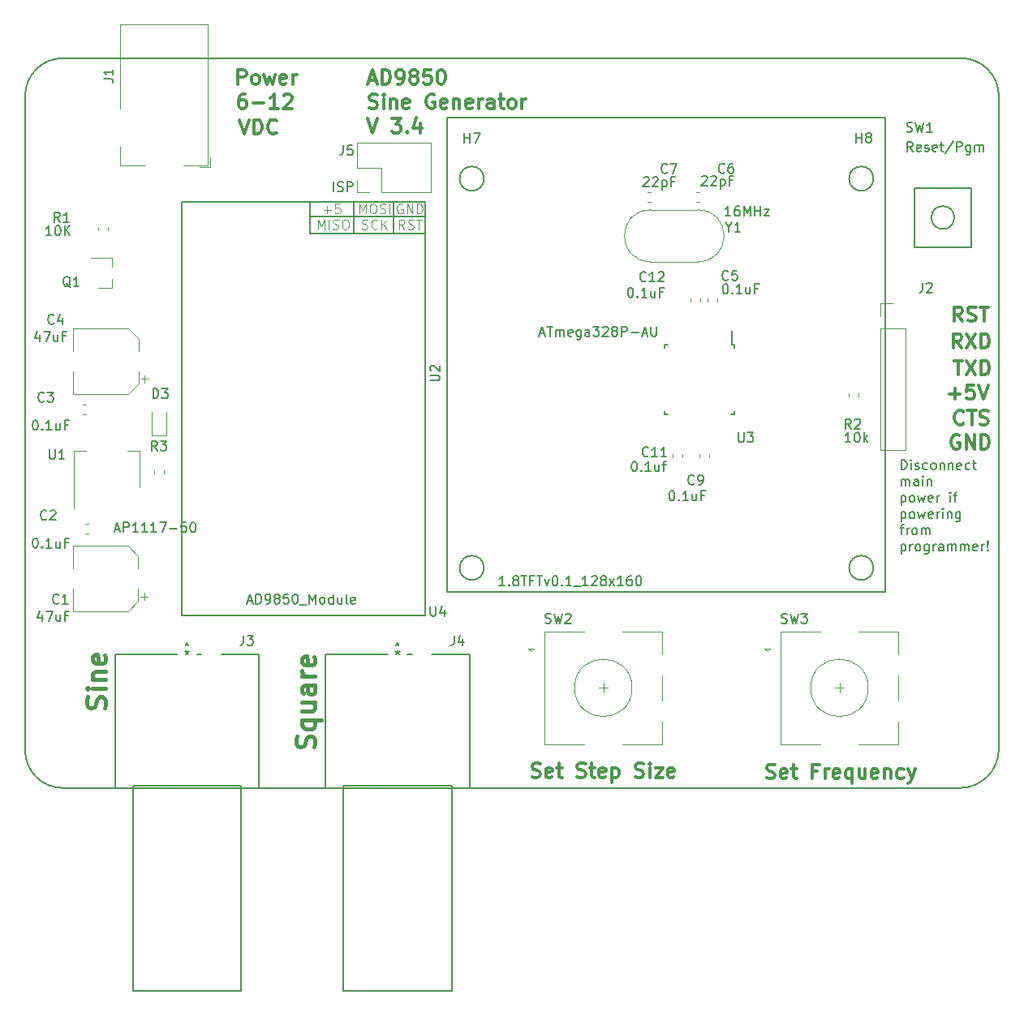
<source format=gbr>
%TF.GenerationSoftware,KiCad,Pcbnew,5.0.2-bee76a0~70~ubuntu18.04.1*%
%TF.CreationDate,2019-10-08T23:09:48-07:00*%
%TF.ProjectId,AD9850,41443938-3530-42e6-9b69-6361645f7063,rev?*%
%TF.SameCoordinates,Original*%
%TF.FileFunction,Legend,Top*%
%TF.FilePolarity,Positive*%
%FSLAX46Y46*%
G04 Gerber Fmt 4.6, Leading zero omitted, Abs format (unit mm)*
G04 Created by KiCad (PCBNEW 5.0.2-bee76a0~70~ubuntu18.04.1) date Tue 08 Oct 2019 11:09:48 PM PDT*
%MOMM*%
%LPD*%
G01*
G04 APERTURE LIST*
%ADD10C,0.200000*%
%ADD11C,0.100000*%
%ADD12C,0.300000*%
%ADD13C,0.150000*%
%ADD14C,0.400000*%
%ADD15C,0.120000*%
%ADD16C,0.152400*%
G04 APERTURE END LIST*
D10*
X84328000Y-66040000D02*
X96393000Y-66040000D01*
X93091000Y-64643000D02*
X93091000Y-67818000D01*
X88900000Y-64643000D02*
X88900000Y-67818000D01*
X84328000Y-67818000D02*
X96393000Y-67818000D01*
X84328000Y-67691000D02*
X84328000Y-67818000D01*
X84328000Y-64516000D02*
X84328000Y-67564000D01*
D11*
X94194380Y-67381380D02*
X93861047Y-66905190D01*
X93622952Y-67381380D02*
X93622952Y-66381380D01*
X94003904Y-66381380D01*
X94099142Y-66429000D01*
X94146761Y-66476619D01*
X94194380Y-66571857D01*
X94194380Y-66714714D01*
X94146761Y-66809952D01*
X94099142Y-66857571D01*
X94003904Y-66905190D01*
X93622952Y-66905190D01*
X94575333Y-67333761D02*
X94718190Y-67381380D01*
X94956285Y-67381380D01*
X95051523Y-67333761D01*
X95099142Y-67286142D01*
X95146761Y-67190904D01*
X95146761Y-67095666D01*
X95099142Y-67000428D01*
X95051523Y-66952809D01*
X94956285Y-66905190D01*
X94765809Y-66857571D01*
X94670571Y-66809952D01*
X94622952Y-66762333D01*
X94575333Y-66667095D01*
X94575333Y-66571857D01*
X94622952Y-66476619D01*
X94670571Y-66429000D01*
X94765809Y-66381380D01*
X95003904Y-66381380D01*
X95146761Y-66429000D01*
X95432476Y-66381380D02*
X96003904Y-66381380D01*
X95718190Y-67381380D02*
X95718190Y-66381380D01*
X89773285Y-67333761D02*
X89916142Y-67381380D01*
X90154238Y-67381380D01*
X90249476Y-67333761D01*
X90297095Y-67286142D01*
X90344714Y-67190904D01*
X90344714Y-67095666D01*
X90297095Y-67000428D01*
X90249476Y-66952809D01*
X90154238Y-66905190D01*
X89963761Y-66857571D01*
X89868523Y-66809952D01*
X89820904Y-66762333D01*
X89773285Y-66667095D01*
X89773285Y-66571857D01*
X89820904Y-66476619D01*
X89868523Y-66429000D01*
X89963761Y-66381380D01*
X90201857Y-66381380D01*
X90344714Y-66429000D01*
X91344714Y-67286142D02*
X91297095Y-67333761D01*
X91154238Y-67381380D01*
X91059000Y-67381380D01*
X90916142Y-67333761D01*
X90820904Y-67238523D01*
X90773285Y-67143285D01*
X90725666Y-66952809D01*
X90725666Y-66809952D01*
X90773285Y-66619476D01*
X90820904Y-66524238D01*
X90916142Y-66429000D01*
X91059000Y-66381380D01*
X91154238Y-66381380D01*
X91297095Y-66429000D01*
X91344714Y-66476619D01*
X91773285Y-67381380D02*
X91773285Y-66381380D01*
X92344714Y-67381380D02*
X91916142Y-66809952D01*
X92344714Y-66381380D02*
X91773285Y-66952809D01*
X85169571Y-67381380D02*
X85169571Y-66381380D01*
X85502904Y-67095666D01*
X85836238Y-66381380D01*
X85836238Y-67381380D01*
X86312428Y-67381380D02*
X86312428Y-66381380D01*
X86741000Y-67333761D02*
X86883857Y-67381380D01*
X87121952Y-67381380D01*
X87217190Y-67333761D01*
X87264809Y-67286142D01*
X87312428Y-67190904D01*
X87312428Y-67095666D01*
X87264809Y-67000428D01*
X87217190Y-66952809D01*
X87121952Y-66905190D01*
X86931476Y-66857571D01*
X86836238Y-66809952D01*
X86788619Y-66762333D01*
X86741000Y-66667095D01*
X86741000Y-66571857D01*
X86788619Y-66476619D01*
X86836238Y-66429000D01*
X86931476Y-66381380D01*
X87169571Y-66381380D01*
X87312428Y-66429000D01*
X87931476Y-66381380D02*
X88121952Y-66381380D01*
X88217190Y-66429000D01*
X88312428Y-66524238D01*
X88360047Y-66714714D01*
X88360047Y-67048047D01*
X88312428Y-67238523D01*
X88217190Y-67333761D01*
X88121952Y-67381380D01*
X87931476Y-67381380D01*
X87836238Y-67333761D01*
X87741000Y-67238523D01*
X87693380Y-67048047D01*
X87693380Y-66714714D01*
X87741000Y-66524238D01*
X87836238Y-66429000D01*
X87931476Y-66381380D01*
X93980095Y-64778000D02*
X93884857Y-64730380D01*
X93742000Y-64730380D01*
X93599142Y-64778000D01*
X93503904Y-64873238D01*
X93456285Y-64968476D01*
X93408666Y-65158952D01*
X93408666Y-65301809D01*
X93456285Y-65492285D01*
X93503904Y-65587523D01*
X93599142Y-65682761D01*
X93742000Y-65730380D01*
X93837238Y-65730380D01*
X93980095Y-65682761D01*
X94027714Y-65635142D01*
X94027714Y-65301809D01*
X93837238Y-65301809D01*
X94456285Y-65730380D02*
X94456285Y-64730380D01*
X95027714Y-65730380D01*
X95027714Y-64730380D01*
X95503904Y-65730380D02*
X95503904Y-64730380D01*
X95742000Y-64730380D01*
X95884857Y-64778000D01*
X95980095Y-64873238D01*
X96027714Y-64968476D01*
X96075333Y-65158952D01*
X96075333Y-65301809D01*
X96027714Y-65492285D01*
X95980095Y-65587523D01*
X95884857Y-65682761D01*
X95742000Y-65730380D01*
X95503904Y-65730380D01*
X89487571Y-65730380D02*
X89487571Y-64730380D01*
X89820904Y-65444666D01*
X90154238Y-64730380D01*
X90154238Y-65730380D01*
X90820904Y-64730380D02*
X91011380Y-64730380D01*
X91106619Y-64778000D01*
X91201857Y-64873238D01*
X91249476Y-65063714D01*
X91249476Y-65397047D01*
X91201857Y-65587523D01*
X91106619Y-65682761D01*
X91011380Y-65730380D01*
X90820904Y-65730380D01*
X90725666Y-65682761D01*
X90630428Y-65587523D01*
X90582809Y-65397047D01*
X90582809Y-65063714D01*
X90630428Y-64873238D01*
X90725666Y-64778000D01*
X90820904Y-64730380D01*
X91630428Y-65682761D02*
X91773285Y-65730380D01*
X92011380Y-65730380D01*
X92106619Y-65682761D01*
X92154238Y-65635142D01*
X92201857Y-65539904D01*
X92201857Y-65444666D01*
X92154238Y-65349428D01*
X92106619Y-65301809D01*
X92011380Y-65254190D01*
X91820904Y-65206571D01*
X91725666Y-65158952D01*
X91678047Y-65111333D01*
X91630428Y-65016095D01*
X91630428Y-64920857D01*
X91678047Y-64825619D01*
X91725666Y-64778000D01*
X91820904Y-64730380D01*
X92059000Y-64730380D01*
X92201857Y-64778000D01*
X92630428Y-65730380D02*
X92630428Y-64730380D01*
X85756857Y-65349428D02*
X86518761Y-65349428D01*
X86137809Y-65730380D02*
X86137809Y-64968476D01*
X87471142Y-64730380D02*
X86994952Y-64730380D01*
X86947333Y-65206571D01*
X86994952Y-65158952D01*
X87090190Y-65111333D01*
X87328285Y-65111333D01*
X87423523Y-65158952D01*
X87471142Y-65206571D01*
X87518761Y-65301809D01*
X87518761Y-65539904D01*
X87471142Y-65635142D01*
X87423523Y-65682761D01*
X87328285Y-65730380D01*
X87090190Y-65730380D01*
X86994952Y-65682761D01*
X86947333Y-65635142D01*
D10*
X146037095Y-92468380D02*
X146037095Y-91468380D01*
X146275190Y-91468380D01*
X146418047Y-91516000D01*
X146513285Y-91611238D01*
X146560904Y-91706476D01*
X146608523Y-91896952D01*
X146608523Y-92039809D01*
X146560904Y-92230285D01*
X146513285Y-92325523D01*
X146418047Y-92420761D01*
X146275190Y-92468380D01*
X146037095Y-92468380D01*
X147037095Y-92468380D02*
X147037095Y-91801714D01*
X147037095Y-91468380D02*
X146989476Y-91516000D01*
X147037095Y-91563619D01*
X147084714Y-91516000D01*
X147037095Y-91468380D01*
X147037095Y-91563619D01*
X147465666Y-92420761D02*
X147560904Y-92468380D01*
X147751380Y-92468380D01*
X147846619Y-92420761D01*
X147894238Y-92325523D01*
X147894238Y-92277904D01*
X147846619Y-92182666D01*
X147751380Y-92135047D01*
X147608523Y-92135047D01*
X147513285Y-92087428D01*
X147465666Y-91992190D01*
X147465666Y-91944571D01*
X147513285Y-91849333D01*
X147608523Y-91801714D01*
X147751380Y-91801714D01*
X147846619Y-91849333D01*
X148751380Y-92420761D02*
X148656142Y-92468380D01*
X148465666Y-92468380D01*
X148370428Y-92420761D01*
X148322809Y-92373142D01*
X148275190Y-92277904D01*
X148275190Y-91992190D01*
X148322809Y-91896952D01*
X148370428Y-91849333D01*
X148465666Y-91801714D01*
X148656142Y-91801714D01*
X148751380Y-91849333D01*
X149322809Y-92468380D02*
X149227571Y-92420761D01*
X149179952Y-92373142D01*
X149132333Y-92277904D01*
X149132333Y-91992190D01*
X149179952Y-91896952D01*
X149227571Y-91849333D01*
X149322809Y-91801714D01*
X149465666Y-91801714D01*
X149560904Y-91849333D01*
X149608523Y-91896952D01*
X149656142Y-91992190D01*
X149656142Y-92277904D01*
X149608523Y-92373142D01*
X149560904Y-92420761D01*
X149465666Y-92468380D01*
X149322809Y-92468380D01*
X150084714Y-91801714D02*
X150084714Y-92468380D01*
X150084714Y-91896952D02*
X150132333Y-91849333D01*
X150227571Y-91801714D01*
X150370428Y-91801714D01*
X150465666Y-91849333D01*
X150513285Y-91944571D01*
X150513285Y-92468380D01*
X150989476Y-91801714D02*
X150989476Y-92468380D01*
X150989476Y-91896952D02*
X151037095Y-91849333D01*
X151132333Y-91801714D01*
X151275190Y-91801714D01*
X151370428Y-91849333D01*
X151418047Y-91944571D01*
X151418047Y-92468380D01*
X152275190Y-92420761D02*
X152179952Y-92468380D01*
X151989476Y-92468380D01*
X151894238Y-92420761D01*
X151846619Y-92325523D01*
X151846619Y-91944571D01*
X151894238Y-91849333D01*
X151989476Y-91801714D01*
X152179952Y-91801714D01*
X152275190Y-91849333D01*
X152322809Y-91944571D01*
X152322809Y-92039809D01*
X151846619Y-92135047D01*
X153179952Y-92420761D02*
X153084714Y-92468380D01*
X152894238Y-92468380D01*
X152799000Y-92420761D01*
X152751380Y-92373142D01*
X152703761Y-92277904D01*
X152703761Y-91992190D01*
X152751380Y-91896952D01*
X152799000Y-91849333D01*
X152894238Y-91801714D01*
X153084714Y-91801714D01*
X153179952Y-91849333D01*
X153465666Y-91801714D02*
X153846619Y-91801714D01*
X153608523Y-91468380D02*
X153608523Y-92325523D01*
X153656142Y-92420761D01*
X153751380Y-92468380D01*
X153846619Y-92468380D01*
X146037095Y-94168380D02*
X146037095Y-93501714D01*
X146037095Y-93596952D02*
X146084714Y-93549333D01*
X146179952Y-93501714D01*
X146322809Y-93501714D01*
X146418047Y-93549333D01*
X146465666Y-93644571D01*
X146465666Y-94168380D01*
X146465666Y-93644571D02*
X146513285Y-93549333D01*
X146608523Y-93501714D01*
X146751380Y-93501714D01*
X146846619Y-93549333D01*
X146894238Y-93644571D01*
X146894238Y-94168380D01*
X147799000Y-94168380D02*
X147799000Y-93644571D01*
X147751380Y-93549333D01*
X147656142Y-93501714D01*
X147465666Y-93501714D01*
X147370428Y-93549333D01*
X147799000Y-94120761D02*
X147703761Y-94168380D01*
X147465666Y-94168380D01*
X147370428Y-94120761D01*
X147322809Y-94025523D01*
X147322809Y-93930285D01*
X147370428Y-93835047D01*
X147465666Y-93787428D01*
X147703761Y-93787428D01*
X147799000Y-93739809D01*
X148275190Y-94168380D02*
X148275190Y-93501714D01*
X148275190Y-93168380D02*
X148227571Y-93216000D01*
X148275190Y-93263619D01*
X148322809Y-93216000D01*
X148275190Y-93168380D01*
X148275190Y-93263619D01*
X148751380Y-93501714D02*
X148751380Y-94168380D01*
X148751380Y-93596952D02*
X148799000Y-93549333D01*
X148894238Y-93501714D01*
X149037095Y-93501714D01*
X149132333Y-93549333D01*
X149179952Y-93644571D01*
X149179952Y-94168380D01*
X146037095Y-95201714D02*
X146037095Y-96201714D01*
X146037095Y-95249333D02*
X146132333Y-95201714D01*
X146322809Y-95201714D01*
X146418047Y-95249333D01*
X146465666Y-95296952D01*
X146513285Y-95392190D01*
X146513285Y-95677904D01*
X146465666Y-95773142D01*
X146418047Y-95820761D01*
X146322809Y-95868380D01*
X146132333Y-95868380D01*
X146037095Y-95820761D01*
X147084714Y-95868380D02*
X146989476Y-95820761D01*
X146941857Y-95773142D01*
X146894238Y-95677904D01*
X146894238Y-95392190D01*
X146941857Y-95296952D01*
X146989476Y-95249333D01*
X147084714Y-95201714D01*
X147227571Y-95201714D01*
X147322809Y-95249333D01*
X147370428Y-95296952D01*
X147418047Y-95392190D01*
X147418047Y-95677904D01*
X147370428Y-95773142D01*
X147322809Y-95820761D01*
X147227571Y-95868380D01*
X147084714Y-95868380D01*
X147751380Y-95201714D02*
X147941857Y-95868380D01*
X148132333Y-95392190D01*
X148322809Y-95868380D01*
X148513285Y-95201714D01*
X149275190Y-95820761D02*
X149179952Y-95868380D01*
X148989476Y-95868380D01*
X148894238Y-95820761D01*
X148846619Y-95725523D01*
X148846619Y-95344571D01*
X148894238Y-95249333D01*
X148989476Y-95201714D01*
X149179952Y-95201714D01*
X149275190Y-95249333D01*
X149322809Y-95344571D01*
X149322809Y-95439809D01*
X148846619Y-95535047D01*
X149751380Y-95868380D02*
X149751380Y-95201714D01*
X149751380Y-95392190D02*
X149799000Y-95296952D01*
X149846619Y-95249333D01*
X149941857Y-95201714D01*
X150037095Y-95201714D01*
X151132333Y-95868380D02*
X151132333Y-95201714D01*
X151132333Y-94868380D02*
X151084714Y-94916000D01*
X151132333Y-94963619D01*
X151179952Y-94916000D01*
X151132333Y-94868380D01*
X151132333Y-94963619D01*
X151465666Y-95201714D02*
X151846619Y-95201714D01*
X151608523Y-95868380D02*
X151608523Y-95011238D01*
X151656142Y-94916000D01*
X151751380Y-94868380D01*
X151846619Y-94868380D01*
X146037095Y-96901714D02*
X146037095Y-97901714D01*
X146037095Y-96949333D02*
X146132333Y-96901714D01*
X146322809Y-96901714D01*
X146418047Y-96949333D01*
X146465666Y-96996952D01*
X146513285Y-97092190D01*
X146513285Y-97377904D01*
X146465666Y-97473142D01*
X146418047Y-97520761D01*
X146322809Y-97568380D01*
X146132333Y-97568380D01*
X146037095Y-97520761D01*
X147084714Y-97568380D02*
X146989476Y-97520761D01*
X146941857Y-97473142D01*
X146894238Y-97377904D01*
X146894238Y-97092190D01*
X146941857Y-96996952D01*
X146989476Y-96949333D01*
X147084714Y-96901714D01*
X147227571Y-96901714D01*
X147322809Y-96949333D01*
X147370428Y-96996952D01*
X147418047Y-97092190D01*
X147418047Y-97377904D01*
X147370428Y-97473142D01*
X147322809Y-97520761D01*
X147227571Y-97568380D01*
X147084714Y-97568380D01*
X147751380Y-96901714D02*
X147941857Y-97568380D01*
X148132333Y-97092190D01*
X148322809Y-97568380D01*
X148513285Y-96901714D01*
X149275190Y-97520761D02*
X149179952Y-97568380D01*
X148989476Y-97568380D01*
X148894238Y-97520761D01*
X148846619Y-97425523D01*
X148846619Y-97044571D01*
X148894238Y-96949333D01*
X148989476Y-96901714D01*
X149179952Y-96901714D01*
X149275190Y-96949333D01*
X149322809Y-97044571D01*
X149322809Y-97139809D01*
X148846619Y-97235047D01*
X149751380Y-97568380D02*
X149751380Y-96901714D01*
X149751380Y-97092190D02*
X149799000Y-96996952D01*
X149846619Y-96949333D01*
X149941857Y-96901714D01*
X150037095Y-96901714D01*
X150370428Y-97568380D02*
X150370428Y-96901714D01*
X150370428Y-96568380D02*
X150322809Y-96616000D01*
X150370428Y-96663619D01*
X150418047Y-96616000D01*
X150370428Y-96568380D01*
X150370428Y-96663619D01*
X150846619Y-96901714D02*
X150846619Y-97568380D01*
X150846619Y-96996952D02*
X150894238Y-96949333D01*
X150989476Y-96901714D01*
X151132333Y-96901714D01*
X151227571Y-96949333D01*
X151275190Y-97044571D01*
X151275190Y-97568380D01*
X152179952Y-96901714D02*
X152179952Y-97711238D01*
X152132333Y-97806476D01*
X152084714Y-97854095D01*
X151989476Y-97901714D01*
X151846619Y-97901714D01*
X151751380Y-97854095D01*
X152179952Y-97520761D02*
X152084714Y-97568380D01*
X151894238Y-97568380D01*
X151799000Y-97520761D01*
X151751380Y-97473142D01*
X151703761Y-97377904D01*
X151703761Y-97092190D01*
X151751380Y-96996952D01*
X151799000Y-96949333D01*
X151894238Y-96901714D01*
X152084714Y-96901714D01*
X152179952Y-96949333D01*
X145894238Y-98601714D02*
X146275190Y-98601714D01*
X146037095Y-99268380D02*
X146037095Y-98411238D01*
X146084714Y-98316000D01*
X146179952Y-98268380D01*
X146275190Y-98268380D01*
X146608523Y-99268380D02*
X146608523Y-98601714D01*
X146608523Y-98792190D02*
X146656142Y-98696952D01*
X146703761Y-98649333D01*
X146799000Y-98601714D01*
X146894238Y-98601714D01*
X147370428Y-99268380D02*
X147275190Y-99220761D01*
X147227571Y-99173142D01*
X147179952Y-99077904D01*
X147179952Y-98792190D01*
X147227571Y-98696952D01*
X147275190Y-98649333D01*
X147370428Y-98601714D01*
X147513285Y-98601714D01*
X147608523Y-98649333D01*
X147656142Y-98696952D01*
X147703761Y-98792190D01*
X147703761Y-99077904D01*
X147656142Y-99173142D01*
X147608523Y-99220761D01*
X147513285Y-99268380D01*
X147370428Y-99268380D01*
X148132333Y-99268380D02*
X148132333Y-98601714D01*
X148132333Y-98696952D02*
X148179952Y-98649333D01*
X148275190Y-98601714D01*
X148418047Y-98601714D01*
X148513285Y-98649333D01*
X148560904Y-98744571D01*
X148560904Y-99268380D01*
X148560904Y-98744571D02*
X148608523Y-98649333D01*
X148703761Y-98601714D01*
X148846619Y-98601714D01*
X148941857Y-98649333D01*
X148989476Y-98744571D01*
X148989476Y-99268380D01*
X146037095Y-100301714D02*
X146037095Y-101301714D01*
X146037095Y-100349333D02*
X146132333Y-100301714D01*
X146322809Y-100301714D01*
X146418047Y-100349333D01*
X146465666Y-100396952D01*
X146513285Y-100492190D01*
X146513285Y-100777904D01*
X146465666Y-100873142D01*
X146418047Y-100920761D01*
X146322809Y-100968380D01*
X146132333Y-100968380D01*
X146037095Y-100920761D01*
X146941857Y-100968380D02*
X146941857Y-100301714D01*
X146941857Y-100492190D02*
X146989476Y-100396952D01*
X147037095Y-100349333D01*
X147132333Y-100301714D01*
X147227571Y-100301714D01*
X147703761Y-100968380D02*
X147608523Y-100920761D01*
X147560904Y-100873142D01*
X147513285Y-100777904D01*
X147513285Y-100492190D01*
X147560904Y-100396952D01*
X147608523Y-100349333D01*
X147703761Y-100301714D01*
X147846619Y-100301714D01*
X147941857Y-100349333D01*
X147989476Y-100396952D01*
X148037095Y-100492190D01*
X148037095Y-100777904D01*
X147989476Y-100873142D01*
X147941857Y-100920761D01*
X147846619Y-100968380D01*
X147703761Y-100968380D01*
X148894238Y-100301714D02*
X148894238Y-101111238D01*
X148846619Y-101206476D01*
X148799000Y-101254095D01*
X148703761Y-101301714D01*
X148560904Y-101301714D01*
X148465666Y-101254095D01*
X148894238Y-100920761D02*
X148799000Y-100968380D01*
X148608523Y-100968380D01*
X148513285Y-100920761D01*
X148465666Y-100873142D01*
X148418047Y-100777904D01*
X148418047Y-100492190D01*
X148465666Y-100396952D01*
X148513285Y-100349333D01*
X148608523Y-100301714D01*
X148799000Y-100301714D01*
X148894238Y-100349333D01*
X149370428Y-100968380D02*
X149370428Y-100301714D01*
X149370428Y-100492190D02*
X149418047Y-100396952D01*
X149465666Y-100349333D01*
X149560904Y-100301714D01*
X149656142Y-100301714D01*
X150418047Y-100968380D02*
X150418047Y-100444571D01*
X150370428Y-100349333D01*
X150275190Y-100301714D01*
X150084714Y-100301714D01*
X149989476Y-100349333D01*
X150418047Y-100920761D02*
X150322809Y-100968380D01*
X150084714Y-100968380D01*
X149989476Y-100920761D01*
X149941857Y-100825523D01*
X149941857Y-100730285D01*
X149989476Y-100635047D01*
X150084714Y-100587428D01*
X150322809Y-100587428D01*
X150418047Y-100539809D01*
X150894238Y-100968380D02*
X150894238Y-100301714D01*
X150894238Y-100396952D02*
X150941857Y-100349333D01*
X151037095Y-100301714D01*
X151179952Y-100301714D01*
X151275190Y-100349333D01*
X151322809Y-100444571D01*
X151322809Y-100968380D01*
X151322809Y-100444571D02*
X151370428Y-100349333D01*
X151465666Y-100301714D01*
X151608523Y-100301714D01*
X151703761Y-100349333D01*
X151751380Y-100444571D01*
X151751380Y-100968380D01*
X152227571Y-100968380D02*
X152227571Y-100301714D01*
X152227571Y-100396952D02*
X152275190Y-100349333D01*
X152370428Y-100301714D01*
X152513285Y-100301714D01*
X152608523Y-100349333D01*
X152656142Y-100444571D01*
X152656142Y-100968380D01*
X152656142Y-100444571D02*
X152703761Y-100349333D01*
X152799000Y-100301714D01*
X152941857Y-100301714D01*
X153037095Y-100349333D01*
X153084714Y-100444571D01*
X153084714Y-100968380D01*
X153941857Y-100920761D02*
X153846619Y-100968380D01*
X153656142Y-100968380D01*
X153560904Y-100920761D01*
X153513285Y-100825523D01*
X153513285Y-100444571D01*
X153560904Y-100349333D01*
X153656142Y-100301714D01*
X153846619Y-100301714D01*
X153941857Y-100349333D01*
X153989476Y-100444571D01*
X153989476Y-100539809D01*
X153513285Y-100635047D01*
X154418047Y-100968380D02*
X154418047Y-100301714D01*
X154418047Y-100492190D02*
X154465666Y-100396952D01*
X154513285Y-100349333D01*
X154608523Y-100301714D01*
X154703761Y-100301714D01*
X155037095Y-100873142D02*
X155084714Y-100920761D01*
X155037095Y-100968380D01*
X154989476Y-100920761D01*
X155037095Y-100873142D01*
X155037095Y-100968380D01*
X155037095Y-100587428D02*
X154989476Y-100016000D01*
X155037095Y-99968380D01*
X155084714Y-100016000D01*
X155037095Y-100587428D01*
X155037095Y-99968380D01*
D12*
X152522857Y-87657714D02*
X152451428Y-87729142D01*
X152237142Y-87800571D01*
X152094285Y-87800571D01*
X151880000Y-87729142D01*
X151737142Y-87586285D01*
X151665714Y-87443428D01*
X151594285Y-87157714D01*
X151594285Y-86943428D01*
X151665714Y-86657714D01*
X151737142Y-86514857D01*
X151880000Y-86372000D01*
X152094285Y-86300571D01*
X152237142Y-86300571D01*
X152451428Y-86372000D01*
X152522857Y-86443428D01*
X152951428Y-86300571D02*
X153808571Y-86300571D01*
X153380000Y-87800571D02*
X153380000Y-86300571D01*
X154237142Y-87729142D02*
X154451428Y-87800571D01*
X154808571Y-87800571D01*
X154951428Y-87729142D01*
X155022857Y-87657714D01*
X155094285Y-87514857D01*
X155094285Y-87372000D01*
X155022857Y-87229142D01*
X154951428Y-87157714D01*
X154808571Y-87086285D01*
X154522857Y-87014857D01*
X154380000Y-86943428D01*
X154308571Y-86872000D01*
X154237142Y-86729142D01*
X154237142Y-86586285D01*
X154308571Y-86443428D01*
X154380000Y-86372000D01*
X154522857Y-86300571D01*
X154880000Y-86300571D01*
X155094285Y-86372000D01*
X151038714Y-84562142D02*
X152181571Y-84562142D01*
X151610142Y-85133571D02*
X151610142Y-83990714D01*
X153610142Y-83633571D02*
X152895857Y-83633571D01*
X152824428Y-84347857D01*
X152895857Y-84276428D01*
X153038714Y-84205000D01*
X153395857Y-84205000D01*
X153538714Y-84276428D01*
X153610142Y-84347857D01*
X153681571Y-84490714D01*
X153681571Y-84847857D01*
X153610142Y-84990714D01*
X153538714Y-85062142D01*
X153395857Y-85133571D01*
X153038714Y-85133571D01*
X152895857Y-85062142D01*
X152824428Y-84990714D01*
X154110142Y-83633571D02*
X154610142Y-85133571D01*
X155110142Y-83633571D01*
D13*
X54610000Y-121793000D02*
X54610000Y-53467000D01*
X152146000Y-125730000D02*
X58547000Y-125730000D01*
X156210000Y-53467000D02*
X156210000Y-121666000D01*
X58547000Y-49530000D02*
X152273000Y-49530000D01*
X54610000Y-53467000D02*
G75*
G02X58547000Y-49530000I3937000J0D01*
G01*
X58547000Y-125730000D02*
G75*
G02X54610000Y-121793000I0J3937000D01*
G01*
X156210000Y-121666000D02*
G75*
G02X152146000Y-125730000I-4064000J0D01*
G01*
X152273000Y-49530000D02*
G75*
G02X156210000Y-53467000I0J-3937000D01*
G01*
D12*
X76831285Y-52240571D02*
X76831285Y-50740571D01*
X77402714Y-50740571D01*
X77545571Y-50812000D01*
X77617000Y-50883428D01*
X77688428Y-51026285D01*
X77688428Y-51240571D01*
X77617000Y-51383428D01*
X77545571Y-51454857D01*
X77402714Y-51526285D01*
X76831285Y-51526285D01*
X78545571Y-52240571D02*
X78402714Y-52169142D01*
X78331285Y-52097714D01*
X78259857Y-51954857D01*
X78259857Y-51526285D01*
X78331285Y-51383428D01*
X78402714Y-51312000D01*
X78545571Y-51240571D01*
X78759857Y-51240571D01*
X78902714Y-51312000D01*
X78974142Y-51383428D01*
X79045571Y-51526285D01*
X79045571Y-51954857D01*
X78974142Y-52097714D01*
X78902714Y-52169142D01*
X78759857Y-52240571D01*
X78545571Y-52240571D01*
X79545571Y-51240571D02*
X79831285Y-52240571D01*
X80117000Y-51526285D01*
X80402714Y-52240571D01*
X80688428Y-51240571D01*
X81831285Y-52169142D02*
X81688428Y-52240571D01*
X81402714Y-52240571D01*
X81259857Y-52169142D01*
X81188428Y-52026285D01*
X81188428Y-51454857D01*
X81259857Y-51312000D01*
X81402714Y-51240571D01*
X81688428Y-51240571D01*
X81831285Y-51312000D01*
X81902714Y-51454857D01*
X81902714Y-51597714D01*
X81188428Y-51740571D01*
X82545571Y-52240571D02*
X82545571Y-51240571D01*
X82545571Y-51526285D02*
X82617000Y-51383428D01*
X82688428Y-51312000D01*
X82831285Y-51240571D01*
X82974142Y-51240571D01*
D14*
X84756523Y-121474904D02*
X84851761Y-121189190D01*
X84851761Y-120713000D01*
X84756523Y-120522523D01*
X84661285Y-120427285D01*
X84470809Y-120332047D01*
X84280333Y-120332047D01*
X84089857Y-120427285D01*
X83994619Y-120522523D01*
X83899380Y-120713000D01*
X83804142Y-121093952D01*
X83708904Y-121284428D01*
X83613666Y-121379666D01*
X83423190Y-121474904D01*
X83232714Y-121474904D01*
X83042238Y-121379666D01*
X82947000Y-121284428D01*
X82851761Y-121093952D01*
X82851761Y-120617761D01*
X82947000Y-120332047D01*
X83518428Y-118617761D02*
X85518428Y-118617761D01*
X84756523Y-118617761D02*
X84851761Y-118808238D01*
X84851761Y-119189190D01*
X84756523Y-119379666D01*
X84661285Y-119474904D01*
X84470809Y-119570142D01*
X83899380Y-119570142D01*
X83708904Y-119474904D01*
X83613666Y-119379666D01*
X83518428Y-119189190D01*
X83518428Y-118808238D01*
X83613666Y-118617761D01*
X83518428Y-116808238D02*
X84851761Y-116808238D01*
X83518428Y-117665380D02*
X84566047Y-117665380D01*
X84756523Y-117570142D01*
X84851761Y-117379666D01*
X84851761Y-117093952D01*
X84756523Y-116903476D01*
X84661285Y-116808238D01*
X84851761Y-114998714D02*
X83804142Y-114998714D01*
X83613666Y-115093952D01*
X83518428Y-115284428D01*
X83518428Y-115665380D01*
X83613666Y-115855857D01*
X84756523Y-114998714D02*
X84851761Y-115189190D01*
X84851761Y-115665380D01*
X84756523Y-115855857D01*
X84566047Y-115951095D01*
X84375571Y-115951095D01*
X84185095Y-115855857D01*
X84089857Y-115665380D01*
X84089857Y-115189190D01*
X83994619Y-114998714D01*
X84851761Y-114046333D02*
X83518428Y-114046333D01*
X83899380Y-114046333D02*
X83708904Y-113951095D01*
X83613666Y-113855857D01*
X83518428Y-113665380D01*
X83518428Y-113474904D01*
X84756523Y-112046333D02*
X84851761Y-112236809D01*
X84851761Y-112617761D01*
X84756523Y-112808238D01*
X84566047Y-112903476D01*
X83804142Y-112903476D01*
X83613666Y-112808238D01*
X83518428Y-112617761D01*
X83518428Y-112236809D01*
X83613666Y-112046333D01*
X83804142Y-111951095D01*
X83994619Y-111951095D01*
X84185095Y-112903476D01*
X62912523Y-117363523D02*
X63007761Y-117077809D01*
X63007761Y-116601619D01*
X62912523Y-116411142D01*
X62817285Y-116315904D01*
X62626809Y-116220666D01*
X62436333Y-116220666D01*
X62245857Y-116315904D01*
X62150619Y-116411142D01*
X62055380Y-116601619D01*
X61960142Y-116982571D01*
X61864904Y-117173047D01*
X61769666Y-117268285D01*
X61579190Y-117363523D01*
X61388714Y-117363523D01*
X61198238Y-117268285D01*
X61103000Y-117173047D01*
X61007761Y-116982571D01*
X61007761Y-116506380D01*
X61103000Y-116220666D01*
X63007761Y-115363523D02*
X61674428Y-115363523D01*
X61007761Y-115363523D02*
X61103000Y-115458761D01*
X61198238Y-115363523D01*
X61103000Y-115268285D01*
X61007761Y-115363523D01*
X61198238Y-115363523D01*
X61674428Y-114411142D02*
X63007761Y-114411142D01*
X61864904Y-114411142D02*
X61769666Y-114315904D01*
X61674428Y-114125428D01*
X61674428Y-113839714D01*
X61769666Y-113649238D01*
X61960142Y-113554000D01*
X63007761Y-113554000D01*
X62912523Y-111839714D02*
X63007761Y-112030190D01*
X63007761Y-112411142D01*
X62912523Y-112601619D01*
X62722047Y-112696857D01*
X61960142Y-112696857D01*
X61769666Y-112601619D01*
X61674428Y-112411142D01*
X61674428Y-112030190D01*
X61769666Y-111839714D01*
X61960142Y-111744476D01*
X62150619Y-111744476D01*
X62341095Y-112696857D01*
D12*
X107506428Y-124559142D02*
X107720714Y-124630571D01*
X108077857Y-124630571D01*
X108220714Y-124559142D01*
X108292142Y-124487714D01*
X108363571Y-124344857D01*
X108363571Y-124202000D01*
X108292142Y-124059142D01*
X108220714Y-123987714D01*
X108077857Y-123916285D01*
X107792142Y-123844857D01*
X107649285Y-123773428D01*
X107577857Y-123702000D01*
X107506428Y-123559142D01*
X107506428Y-123416285D01*
X107577857Y-123273428D01*
X107649285Y-123202000D01*
X107792142Y-123130571D01*
X108149285Y-123130571D01*
X108363571Y-123202000D01*
X109577857Y-124559142D02*
X109435000Y-124630571D01*
X109149285Y-124630571D01*
X109006428Y-124559142D01*
X108935000Y-124416285D01*
X108935000Y-123844857D01*
X109006428Y-123702000D01*
X109149285Y-123630571D01*
X109435000Y-123630571D01*
X109577857Y-123702000D01*
X109649285Y-123844857D01*
X109649285Y-123987714D01*
X108935000Y-124130571D01*
X110077857Y-123630571D02*
X110649285Y-123630571D01*
X110292142Y-123130571D02*
X110292142Y-124416285D01*
X110363571Y-124559142D01*
X110506428Y-124630571D01*
X110649285Y-124630571D01*
X112220714Y-124559142D02*
X112435000Y-124630571D01*
X112792142Y-124630571D01*
X112935000Y-124559142D01*
X113006428Y-124487714D01*
X113077857Y-124344857D01*
X113077857Y-124202000D01*
X113006428Y-124059142D01*
X112935000Y-123987714D01*
X112792142Y-123916285D01*
X112506428Y-123844857D01*
X112363571Y-123773428D01*
X112292142Y-123702000D01*
X112220714Y-123559142D01*
X112220714Y-123416285D01*
X112292142Y-123273428D01*
X112363571Y-123202000D01*
X112506428Y-123130571D01*
X112863571Y-123130571D01*
X113077857Y-123202000D01*
X113506428Y-123630571D02*
X114077857Y-123630571D01*
X113720714Y-123130571D02*
X113720714Y-124416285D01*
X113792142Y-124559142D01*
X113935000Y-124630571D01*
X114077857Y-124630571D01*
X115149285Y-124559142D02*
X115006428Y-124630571D01*
X114720714Y-124630571D01*
X114577857Y-124559142D01*
X114506428Y-124416285D01*
X114506428Y-123844857D01*
X114577857Y-123702000D01*
X114720714Y-123630571D01*
X115006428Y-123630571D01*
X115149285Y-123702000D01*
X115220714Y-123844857D01*
X115220714Y-123987714D01*
X114506428Y-124130571D01*
X115863571Y-123630571D02*
X115863571Y-125130571D01*
X115863571Y-123702000D02*
X116006428Y-123630571D01*
X116292142Y-123630571D01*
X116435000Y-123702000D01*
X116506428Y-123773428D01*
X116577857Y-123916285D01*
X116577857Y-124344857D01*
X116506428Y-124487714D01*
X116435000Y-124559142D01*
X116292142Y-124630571D01*
X116006428Y-124630571D01*
X115863571Y-124559142D01*
X118292142Y-124559142D02*
X118506428Y-124630571D01*
X118863571Y-124630571D01*
X119006428Y-124559142D01*
X119077857Y-124487714D01*
X119149285Y-124344857D01*
X119149285Y-124202000D01*
X119077857Y-124059142D01*
X119006428Y-123987714D01*
X118863571Y-123916285D01*
X118577857Y-123844857D01*
X118435000Y-123773428D01*
X118363571Y-123702000D01*
X118292142Y-123559142D01*
X118292142Y-123416285D01*
X118363571Y-123273428D01*
X118435000Y-123202000D01*
X118577857Y-123130571D01*
X118935000Y-123130571D01*
X119149285Y-123202000D01*
X119792142Y-124630571D02*
X119792142Y-123630571D01*
X119792142Y-123130571D02*
X119720714Y-123202000D01*
X119792142Y-123273428D01*
X119863571Y-123202000D01*
X119792142Y-123130571D01*
X119792142Y-123273428D01*
X120363571Y-123630571D02*
X121149285Y-123630571D01*
X120363571Y-124630571D01*
X121149285Y-124630571D01*
X122292142Y-124559142D02*
X122149285Y-124630571D01*
X121863571Y-124630571D01*
X121720714Y-124559142D01*
X121649285Y-124416285D01*
X121649285Y-123844857D01*
X121720714Y-123702000D01*
X121863571Y-123630571D01*
X122149285Y-123630571D01*
X122292142Y-123702000D01*
X122363571Y-123844857D01*
X122363571Y-123987714D01*
X121649285Y-124130571D01*
X131985714Y-124686142D02*
X132200000Y-124757571D01*
X132557142Y-124757571D01*
X132700000Y-124686142D01*
X132771428Y-124614714D01*
X132842857Y-124471857D01*
X132842857Y-124329000D01*
X132771428Y-124186142D01*
X132700000Y-124114714D01*
X132557142Y-124043285D01*
X132271428Y-123971857D01*
X132128571Y-123900428D01*
X132057142Y-123829000D01*
X131985714Y-123686142D01*
X131985714Y-123543285D01*
X132057142Y-123400428D01*
X132128571Y-123329000D01*
X132271428Y-123257571D01*
X132628571Y-123257571D01*
X132842857Y-123329000D01*
X134057142Y-124686142D02*
X133914285Y-124757571D01*
X133628571Y-124757571D01*
X133485714Y-124686142D01*
X133414285Y-124543285D01*
X133414285Y-123971857D01*
X133485714Y-123829000D01*
X133628571Y-123757571D01*
X133914285Y-123757571D01*
X134057142Y-123829000D01*
X134128571Y-123971857D01*
X134128571Y-124114714D01*
X133414285Y-124257571D01*
X134557142Y-123757571D02*
X135128571Y-123757571D01*
X134771428Y-123257571D02*
X134771428Y-124543285D01*
X134842857Y-124686142D01*
X134985714Y-124757571D01*
X135128571Y-124757571D01*
X137271428Y-123971857D02*
X136771428Y-123971857D01*
X136771428Y-124757571D02*
X136771428Y-123257571D01*
X137485714Y-123257571D01*
X138057142Y-124757571D02*
X138057142Y-123757571D01*
X138057142Y-124043285D02*
X138128571Y-123900428D01*
X138200000Y-123829000D01*
X138342857Y-123757571D01*
X138485714Y-123757571D01*
X139557142Y-124686142D02*
X139414285Y-124757571D01*
X139128571Y-124757571D01*
X138985714Y-124686142D01*
X138914285Y-124543285D01*
X138914285Y-123971857D01*
X138985714Y-123829000D01*
X139128571Y-123757571D01*
X139414285Y-123757571D01*
X139557142Y-123829000D01*
X139628571Y-123971857D01*
X139628571Y-124114714D01*
X138914285Y-124257571D01*
X140914285Y-123757571D02*
X140914285Y-125257571D01*
X140914285Y-124686142D02*
X140771428Y-124757571D01*
X140485714Y-124757571D01*
X140342857Y-124686142D01*
X140271428Y-124614714D01*
X140200000Y-124471857D01*
X140200000Y-124043285D01*
X140271428Y-123900428D01*
X140342857Y-123829000D01*
X140485714Y-123757571D01*
X140771428Y-123757571D01*
X140914285Y-123829000D01*
X142271428Y-123757571D02*
X142271428Y-124757571D01*
X141628571Y-123757571D02*
X141628571Y-124543285D01*
X141700000Y-124686142D01*
X141842857Y-124757571D01*
X142057142Y-124757571D01*
X142200000Y-124686142D01*
X142271428Y-124614714D01*
X143557142Y-124686142D02*
X143414285Y-124757571D01*
X143128571Y-124757571D01*
X142985714Y-124686142D01*
X142914285Y-124543285D01*
X142914285Y-123971857D01*
X142985714Y-123829000D01*
X143128571Y-123757571D01*
X143414285Y-123757571D01*
X143557142Y-123829000D01*
X143628571Y-123971857D01*
X143628571Y-124114714D01*
X142914285Y-124257571D01*
X144271428Y-123757571D02*
X144271428Y-124757571D01*
X144271428Y-123900428D02*
X144342857Y-123829000D01*
X144485714Y-123757571D01*
X144700000Y-123757571D01*
X144842857Y-123829000D01*
X144914285Y-123971857D01*
X144914285Y-124757571D01*
X146271428Y-124686142D02*
X146128571Y-124757571D01*
X145842857Y-124757571D01*
X145700000Y-124686142D01*
X145628571Y-124614714D01*
X145557142Y-124471857D01*
X145557142Y-124043285D01*
X145628571Y-123900428D01*
X145700000Y-123829000D01*
X145842857Y-123757571D01*
X146128571Y-123757571D01*
X146271428Y-123829000D01*
X146771428Y-123757571D02*
X147128571Y-124757571D01*
X147485714Y-123757571D02*
X147128571Y-124757571D01*
X146985714Y-125114714D01*
X146914285Y-125186142D01*
X146771428Y-125257571D01*
X90523714Y-51802000D02*
X91238000Y-51802000D01*
X90380857Y-52230571D02*
X90880857Y-50730571D01*
X91380857Y-52230571D01*
X91880857Y-52230571D02*
X91880857Y-50730571D01*
X92238000Y-50730571D01*
X92452285Y-50802000D01*
X92595142Y-50944857D01*
X92666571Y-51087714D01*
X92738000Y-51373428D01*
X92738000Y-51587714D01*
X92666571Y-51873428D01*
X92595142Y-52016285D01*
X92452285Y-52159142D01*
X92238000Y-52230571D01*
X91880857Y-52230571D01*
X93452285Y-52230571D02*
X93738000Y-52230571D01*
X93880857Y-52159142D01*
X93952285Y-52087714D01*
X94095142Y-51873428D01*
X94166571Y-51587714D01*
X94166571Y-51016285D01*
X94095142Y-50873428D01*
X94023714Y-50802000D01*
X93880857Y-50730571D01*
X93595142Y-50730571D01*
X93452285Y-50802000D01*
X93380857Y-50873428D01*
X93309428Y-51016285D01*
X93309428Y-51373428D01*
X93380857Y-51516285D01*
X93452285Y-51587714D01*
X93595142Y-51659142D01*
X93880857Y-51659142D01*
X94023714Y-51587714D01*
X94095142Y-51516285D01*
X94166571Y-51373428D01*
X95023714Y-51373428D02*
X94880857Y-51302000D01*
X94809428Y-51230571D01*
X94738000Y-51087714D01*
X94738000Y-51016285D01*
X94809428Y-50873428D01*
X94880857Y-50802000D01*
X95023714Y-50730571D01*
X95309428Y-50730571D01*
X95452285Y-50802000D01*
X95523714Y-50873428D01*
X95595142Y-51016285D01*
X95595142Y-51087714D01*
X95523714Y-51230571D01*
X95452285Y-51302000D01*
X95309428Y-51373428D01*
X95023714Y-51373428D01*
X94880857Y-51444857D01*
X94809428Y-51516285D01*
X94738000Y-51659142D01*
X94738000Y-51944857D01*
X94809428Y-52087714D01*
X94880857Y-52159142D01*
X95023714Y-52230571D01*
X95309428Y-52230571D01*
X95452285Y-52159142D01*
X95523714Y-52087714D01*
X95595142Y-51944857D01*
X95595142Y-51659142D01*
X95523714Y-51516285D01*
X95452285Y-51444857D01*
X95309428Y-51373428D01*
X96952285Y-50730571D02*
X96238000Y-50730571D01*
X96166571Y-51444857D01*
X96238000Y-51373428D01*
X96380857Y-51302000D01*
X96738000Y-51302000D01*
X96880857Y-51373428D01*
X96952285Y-51444857D01*
X97023714Y-51587714D01*
X97023714Y-51944857D01*
X96952285Y-52087714D01*
X96880857Y-52159142D01*
X96738000Y-52230571D01*
X96380857Y-52230571D01*
X96238000Y-52159142D01*
X96166571Y-52087714D01*
X97952285Y-50730571D02*
X98095142Y-50730571D01*
X98238000Y-50802000D01*
X98309428Y-50873428D01*
X98380857Y-51016285D01*
X98452285Y-51302000D01*
X98452285Y-51659142D01*
X98380857Y-51944857D01*
X98309428Y-52087714D01*
X98238000Y-52159142D01*
X98095142Y-52230571D01*
X97952285Y-52230571D01*
X97809428Y-52159142D01*
X97738000Y-52087714D01*
X97666571Y-51944857D01*
X97595142Y-51659142D01*
X97595142Y-51302000D01*
X97666571Y-51016285D01*
X97738000Y-50873428D01*
X97809428Y-50802000D01*
X97952285Y-50730571D01*
X90523714Y-54709142D02*
X90738000Y-54780571D01*
X91095142Y-54780571D01*
X91238000Y-54709142D01*
X91309428Y-54637714D01*
X91380857Y-54494857D01*
X91380857Y-54352000D01*
X91309428Y-54209142D01*
X91238000Y-54137714D01*
X91095142Y-54066285D01*
X90809428Y-53994857D01*
X90666571Y-53923428D01*
X90595142Y-53852000D01*
X90523714Y-53709142D01*
X90523714Y-53566285D01*
X90595142Y-53423428D01*
X90666571Y-53352000D01*
X90809428Y-53280571D01*
X91166571Y-53280571D01*
X91380857Y-53352000D01*
X92023714Y-54780571D02*
X92023714Y-53780571D01*
X92023714Y-53280571D02*
X91952285Y-53352000D01*
X92023714Y-53423428D01*
X92095142Y-53352000D01*
X92023714Y-53280571D01*
X92023714Y-53423428D01*
X92738000Y-53780571D02*
X92738000Y-54780571D01*
X92738000Y-53923428D02*
X92809428Y-53852000D01*
X92952285Y-53780571D01*
X93166571Y-53780571D01*
X93309428Y-53852000D01*
X93380857Y-53994857D01*
X93380857Y-54780571D01*
X94666571Y-54709142D02*
X94523714Y-54780571D01*
X94238000Y-54780571D01*
X94095142Y-54709142D01*
X94023714Y-54566285D01*
X94023714Y-53994857D01*
X94095142Y-53852000D01*
X94238000Y-53780571D01*
X94523714Y-53780571D01*
X94666571Y-53852000D01*
X94738000Y-53994857D01*
X94738000Y-54137714D01*
X94023714Y-54280571D01*
X97309428Y-53352000D02*
X97166571Y-53280571D01*
X96952285Y-53280571D01*
X96738000Y-53352000D01*
X96595142Y-53494857D01*
X96523714Y-53637714D01*
X96452285Y-53923428D01*
X96452285Y-54137714D01*
X96523714Y-54423428D01*
X96595142Y-54566285D01*
X96738000Y-54709142D01*
X96952285Y-54780571D01*
X97095142Y-54780571D01*
X97309428Y-54709142D01*
X97380857Y-54637714D01*
X97380857Y-54137714D01*
X97095142Y-54137714D01*
X98595142Y-54709142D02*
X98452285Y-54780571D01*
X98166571Y-54780571D01*
X98023714Y-54709142D01*
X97952285Y-54566285D01*
X97952285Y-53994857D01*
X98023714Y-53852000D01*
X98166571Y-53780571D01*
X98452285Y-53780571D01*
X98595142Y-53852000D01*
X98666571Y-53994857D01*
X98666571Y-54137714D01*
X97952285Y-54280571D01*
X99309428Y-53780571D02*
X99309428Y-54780571D01*
X99309428Y-53923428D02*
X99380857Y-53852000D01*
X99523714Y-53780571D01*
X99738000Y-53780571D01*
X99880857Y-53852000D01*
X99952285Y-53994857D01*
X99952285Y-54780571D01*
X101238000Y-54709142D02*
X101095142Y-54780571D01*
X100809428Y-54780571D01*
X100666571Y-54709142D01*
X100595142Y-54566285D01*
X100595142Y-53994857D01*
X100666571Y-53852000D01*
X100809428Y-53780571D01*
X101095142Y-53780571D01*
X101238000Y-53852000D01*
X101309428Y-53994857D01*
X101309428Y-54137714D01*
X100595142Y-54280571D01*
X101952285Y-54780571D02*
X101952285Y-53780571D01*
X101952285Y-54066285D02*
X102023714Y-53923428D01*
X102095142Y-53852000D01*
X102238000Y-53780571D01*
X102380857Y-53780571D01*
X103523714Y-54780571D02*
X103523714Y-53994857D01*
X103452285Y-53852000D01*
X103309428Y-53780571D01*
X103023714Y-53780571D01*
X102880857Y-53852000D01*
X103523714Y-54709142D02*
X103380857Y-54780571D01*
X103023714Y-54780571D01*
X102880857Y-54709142D01*
X102809428Y-54566285D01*
X102809428Y-54423428D01*
X102880857Y-54280571D01*
X103023714Y-54209142D01*
X103380857Y-54209142D01*
X103523714Y-54137714D01*
X104023714Y-53780571D02*
X104595142Y-53780571D01*
X104238000Y-53280571D02*
X104238000Y-54566285D01*
X104309428Y-54709142D01*
X104452285Y-54780571D01*
X104595142Y-54780571D01*
X105309428Y-54780571D02*
X105166571Y-54709142D01*
X105095142Y-54637714D01*
X105023714Y-54494857D01*
X105023714Y-54066285D01*
X105095142Y-53923428D01*
X105166571Y-53852000D01*
X105309428Y-53780571D01*
X105523714Y-53780571D01*
X105666571Y-53852000D01*
X105738000Y-53923428D01*
X105809428Y-54066285D01*
X105809428Y-54494857D01*
X105738000Y-54637714D01*
X105666571Y-54709142D01*
X105523714Y-54780571D01*
X105309428Y-54780571D01*
X106452285Y-54780571D02*
X106452285Y-53780571D01*
X106452285Y-54066285D02*
X106523714Y-53923428D01*
X106595142Y-53852000D01*
X106738000Y-53780571D01*
X106880857Y-53780571D01*
X90380857Y-55830571D02*
X90880857Y-57330571D01*
X91380857Y-55830571D01*
X92880857Y-55830571D02*
X93809428Y-55830571D01*
X93309428Y-56402000D01*
X93523714Y-56402000D01*
X93666571Y-56473428D01*
X93738000Y-56544857D01*
X93809428Y-56687714D01*
X93809428Y-57044857D01*
X93738000Y-57187714D01*
X93666571Y-57259142D01*
X93523714Y-57330571D01*
X93095142Y-57330571D01*
X92952285Y-57259142D01*
X92880857Y-57187714D01*
X94452285Y-57187714D02*
X94523714Y-57259142D01*
X94452285Y-57330571D01*
X94380857Y-57259142D01*
X94452285Y-57187714D01*
X94452285Y-57330571D01*
X95809428Y-56330571D02*
X95809428Y-57330571D01*
X95452285Y-55759142D02*
X95095142Y-56830571D01*
X96023714Y-56830571D01*
X76994000Y-55947571D02*
X77494000Y-57447571D01*
X77994000Y-55947571D01*
X78494000Y-57447571D02*
X78494000Y-55947571D01*
X78851142Y-55947571D01*
X79065428Y-56019000D01*
X79208285Y-56161857D01*
X79279714Y-56304714D01*
X79351142Y-56590428D01*
X79351142Y-56804714D01*
X79279714Y-57090428D01*
X79208285Y-57233285D01*
X79065428Y-57376142D01*
X78851142Y-57447571D01*
X78494000Y-57447571D01*
X80851142Y-57304714D02*
X80779714Y-57376142D01*
X80565428Y-57447571D01*
X80422571Y-57447571D01*
X80208285Y-57376142D01*
X80065428Y-57233285D01*
X79994000Y-57090428D01*
X79922571Y-56804714D01*
X79922571Y-56590428D01*
X79994000Y-56304714D01*
X80065428Y-56161857D01*
X80208285Y-56019000D01*
X80422571Y-55947571D01*
X80565428Y-55947571D01*
X80779714Y-56019000D01*
X80851142Y-56090428D01*
X77593142Y-53280571D02*
X77307428Y-53280571D01*
X77164571Y-53352000D01*
X77093142Y-53423428D01*
X76950285Y-53637714D01*
X76878857Y-53923428D01*
X76878857Y-54494857D01*
X76950285Y-54637714D01*
X77021714Y-54709142D01*
X77164571Y-54780571D01*
X77450285Y-54780571D01*
X77593142Y-54709142D01*
X77664571Y-54637714D01*
X77736000Y-54494857D01*
X77736000Y-54137714D01*
X77664571Y-53994857D01*
X77593142Y-53923428D01*
X77450285Y-53852000D01*
X77164571Y-53852000D01*
X77021714Y-53923428D01*
X76950285Y-53994857D01*
X76878857Y-54137714D01*
X78378857Y-54209142D02*
X79521714Y-54209142D01*
X81021714Y-54780571D02*
X80164571Y-54780571D01*
X80593142Y-54780571D02*
X80593142Y-53280571D01*
X80450285Y-53494857D01*
X80307428Y-53637714D01*
X80164571Y-53709142D01*
X81593142Y-53423428D02*
X81664571Y-53352000D01*
X81807428Y-53280571D01*
X82164571Y-53280571D01*
X82307428Y-53352000D01*
X82378857Y-53423428D01*
X82450285Y-53566285D01*
X82450285Y-53709142D01*
X82378857Y-53923428D01*
X81521714Y-54780571D01*
X82450285Y-54780571D01*
X152395857Y-77005571D02*
X151895857Y-76291285D01*
X151538714Y-77005571D02*
X151538714Y-75505571D01*
X152110142Y-75505571D01*
X152253000Y-75577000D01*
X152324428Y-75648428D01*
X152395857Y-75791285D01*
X152395857Y-76005571D01*
X152324428Y-76148428D01*
X152253000Y-76219857D01*
X152110142Y-76291285D01*
X151538714Y-76291285D01*
X152967285Y-76934142D02*
X153181571Y-77005571D01*
X153538714Y-77005571D01*
X153681571Y-76934142D01*
X153753000Y-76862714D01*
X153824428Y-76719857D01*
X153824428Y-76577000D01*
X153753000Y-76434142D01*
X153681571Y-76362714D01*
X153538714Y-76291285D01*
X153253000Y-76219857D01*
X153110142Y-76148428D01*
X153038714Y-76077000D01*
X152967285Y-75934142D01*
X152967285Y-75791285D01*
X153038714Y-75648428D01*
X153110142Y-75577000D01*
X153253000Y-75505571D01*
X153610142Y-75505571D01*
X153824428Y-75577000D01*
X154253000Y-75505571D02*
X155110142Y-75505571D01*
X154681571Y-77005571D02*
X154681571Y-75505571D01*
X152292714Y-79799571D02*
X151792714Y-79085285D01*
X151435571Y-79799571D02*
X151435571Y-78299571D01*
X152007000Y-78299571D01*
X152149857Y-78371000D01*
X152221285Y-78442428D01*
X152292714Y-78585285D01*
X152292714Y-78799571D01*
X152221285Y-78942428D01*
X152149857Y-79013857D01*
X152007000Y-79085285D01*
X151435571Y-79085285D01*
X152792714Y-78299571D02*
X153792714Y-79799571D01*
X153792714Y-78299571D02*
X152792714Y-79799571D01*
X154364142Y-79799571D02*
X154364142Y-78299571D01*
X154721285Y-78299571D01*
X154935571Y-78371000D01*
X155078428Y-78513857D01*
X155149857Y-78656714D01*
X155221285Y-78942428D01*
X155221285Y-79156714D01*
X155149857Y-79442428D01*
X155078428Y-79585285D01*
X154935571Y-79728142D01*
X154721285Y-79799571D01*
X154364142Y-79799571D01*
X151578428Y-81093571D02*
X152435571Y-81093571D01*
X152007000Y-82593571D02*
X152007000Y-81093571D01*
X152792714Y-81093571D02*
X153792714Y-82593571D01*
X153792714Y-81093571D02*
X152792714Y-82593571D01*
X154364142Y-82593571D02*
X154364142Y-81093571D01*
X154721285Y-81093571D01*
X154935571Y-81165000D01*
X155078428Y-81307857D01*
X155149857Y-81450714D01*
X155221285Y-81736428D01*
X155221285Y-81950714D01*
X155149857Y-82236428D01*
X155078428Y-82379285D01*
X154935571Y-82522142D01*
X154721285Y-82593571D01*
X154364142Y-82593571D01*
X152078428Y-88912000D02*
X151935571Y-88840571D01*
X151721285Y-88840571D01*
X151507000Y-88912000D01*
X151364142Y-89054857D01*
X151292714Y-89197714D01*
X151221285Y-89483428D01*
X151221285Y-89697714D01*
X151292714Y-89983428D01*
X151364142Y-90126285D01*
X151507000Y-90269142D01*
X151721285Y-90340571D01*
X151864142Y-90340571D01*
X152078428Y-90269142D01*
X152149857Y-90197714D01*
X152149857Y-89697714D01*
X151864142Y-89697714D01*
X152792714Y-90340571D02*
X152792714Y-88840571D01*
X153649857Y-90340571D01*
X153649857Y-88840571D01*
X154364142Y-90340571D02*
X154364142Y-88840571D01*
X154721285Y-88840571D01*
X154935571Y-88912000D01*
X155078428Y-89054857D01*
X155149857Y-89197714D01*
X155221285Y-89483428D01*
X155221285Y-89697714D01*
X155149857Y-89983428D01*
X155078428Y-90126285D01*
X154935571Y-90269142D01*
X154721285Y-90340571D01*
X154364142Y-90340571D01*
D13*
X102489000Y-62103000D02*
G75*
G03X102489000Y-62103000I-1270000J0D01*
G01*
X143129000Y-62103000D02*
G75*
G03X143129000Y-62103000I-1270000J0D01*
G01*
X102489000Y-102743000D02*
G75*
G03X102489000Y-102743000I-1270000J0D01*
G01*
X143129000Y-102743000D02*
G75*
G03X143129000Y-102743000I-1270000J0D01*
G01*
X98679000Y-55753000D02*
X98679000Y-105283000D01*
X112649000Y-105283000D02*
X98679000Y-105283000D01*
X144399000Y-55753000D02*
X144399000Y-105283000D01*
X98679000Y-55753000D02*
X99949000Y-55753000D01*
X143129000Y-55753000D02*
X144399000Y-55753000D01*
X99949000Y-55753000D02*
X107569000Y-55753000D01*
X139319000Y-55753000D02*
X143129000Y-55753000D01*
X144399000Y-105283000D02*
X112649000Y-105283000D01*
X107569000Y-55753000D02*
X139319000Y-55753000D01*
D15*
X119932267Y-64518000D02*
X119589733Y-64518000D01*
X119932267Y-63498000D02*
X119589733Y-63498000D01*
X142580000Y-115276000D02*
G75*
G03X142580000Y-115276000I-3000000J0D01*
G01*
X141580000Y-109376000D02*
X145680000Y-109376000D01*
X145680000Y-121176000D02*
X141580000Y-121176000D01*
X137580000Y-121176000D02*
X133480000Y-121176000D01*
X137580000Y-109376000D02*
X133480000Y-109376000D01*
X133480000Y-109376000D02*
X133480000Y-121176000D01*
X132080000Y-111476000D02*
X131780000Y-111176000D01*
X131780000Y-111176000D02*
X132380000Y-111176000D01*
X132380000Y-111176000D02*
X132080000Y-111476000D01*
X145680000Y-109376000D02*
X145680000Y-111776000D01*
X145680000Y-113976000D02*
X145680000Y-116576000D01*
X145680000Y-118776000D02*
X145680000Y-121176000D01*
X139580000Y-114776000D02*
X139580000Y-115776000D01*
X139080000Y-115276000D02*
X140080000Y-115276000D01*
X117942000Y-115276000D02*
G75*
G03X117942000Y-115276000I-3000000J0D01*
G01*
X116942000Y-109376000D02*
X121042000Y-109376000D01*
X121042000Y-121176000D02*
X116942000Y-121176000D01*
X112942000Y-121176000D02*
X108842000Y-121176000D01*
X112942000Y-109376000D02*
X108842000Y-109376000D01*
X108842000Y-109376000D02*
X108842000Y-121176000D01*
X107442000Y-111476000D02*
X107142000Y-111176000D01*
X107142000Y-111176000D02*
X107742000Y-111176000D01*
X107742000Y-111176000D02*
X107442000Y-111476000D01*
X121042000Y-109376000D02*
X121042000Y-111776000D01*
X121042000Y-113976000D02*
X121042000Y-116576000D01*
X121042000Y-118776000D02*
X121042000Y-121176000D01*
X114942000Y-114776000D02*
X114942000Y-115776000D01*
X114442000Y-115276000D02*
X115442000Y-115276000D01*
D13*
X151566116Y-66167000D02*
G75*
G03X151566116Y-66167000I-1198116J0D01*
G01*
X153368000Y-69290000D02*
X147368000Y-69290000D01*
X153368000Y-63067000D02*
X147368000Y-63067000D01*
X153368000Y-63067000D02*
X153368000Y-69267000D01*
X147368000Y-63067000D02*
X147368000Y-69267000D01*
D15*
X63673107Y-73523353D02*
X63673107Y-72593353D01*
X63673107Y-70363353D02*
X63673107Y-71293353D01*
X63673107Y-70363353D02*
X61513107Y-70363353D01*
X63673107Y-73523353D02*
X62213107Y-73523353D01*
X66529000Y-90546000D02*
X65269000Y-90546000D01*
X59709000Y-90546000D02*
X60969000Y-90546000D01*
X66529000Y-94306000D02*
X66529000Y-90546000D01*
X59709000Y-96556000D02*
X59709000Y-90546000D01*
D13*
X96393000Y-102616000D02*
X96393000Y-64516000D01*
X70993000Y-64516000D02*
X70993000Y-102616000D01*
X96393000Y-64516000D02*
X70993000Y-64516000D01*
X70993000Y-107696000D02*
X70993000Y-102616000D01*
X70993000Y-107696000D02*
X96393000Y-107696000D01*
X96393000Y-107696000D02*
X96393000Y-102616000D01*
D15*
X59582000Y-100476000D02*
X59582000Y-102826000D01*
X59582000Y-107296000D02*
X59582000Y-104946000D01*
X65337563Y-107296000D02*
X59582000Y-107296000D01*
X65337563Y-100476000D02*
X59582000Y-100476000D01*
X66402000Y-101540437D02*
X66402000Y-102826000D01*
X66402000Y-106231563D02*
X66402000Y-104946000D01*
X66402000Y-106231563D02*
X65337563Y-107296000D01*
X66402000Y-101540437D02*
X65337563Y-100476000D01*
X67429500Y-105733500D02*
X66642000Y-105733500D01*
X67035750Y-106127250D02*
X67035750Y-105339750D01*
X67089865Y-83421595D02*
X67089865Y-82634095D01*
X67483615Y-83027845D02*
X66696115Y-83027845D01*
X66456115Y-78834782D02*
X65391678Y-77770345D01*
X66456115Y-83525908D02*
X65391678Y-84590345D01*
X66456115Y-83525908D02*
X66456115Y-82240345D01*
X66456115Y-78834782D02*
X66456115Y-80120345D01*
X65391678Y-77770345D02*
X59636115Y-77770345D01*
X65391678Y-84590345D02*
X59636115Y-84590345D01*
X59636115Y-84590345D02*
X59636115Y-82240345D01*
X59636115Y-77770345D02*
X59636115Y-80120345D01*
X124841000Y-70772000D02*
X119841000Y-70772000D01*
X124841000Y-65372000D02*
X119841000Y-65372000D01*
X124841000Y-65372000D02*
G75*
G02X124841000Y-70772000I0J-2700000D01*
G01*
X119841000Y-65372000D02*
G75*
G03X119841000Y-70772000I0J-2700000D01*
G01*
D16*
X73017610Y-111760000D02*
X72524390Y-111760000D01*
X70477610Y-111760000D02*
X63995300Y-111760000D01*
X79006700Y-125730000D02*
X79006700Y-111760000D01*
X63995300Y-125730000D02*
X79006700Y-125730000D01*
X63995300Y-111760000D02*
X63995300Y-125730000D01*
X79006700Y-111760000D02*
X75064390Y-111760000D01*
X77165200Y-146939000D02*
X77165200Y-125476000D01*
X65836800Y-146939000D02*
X77165200Y-146939000D01*
X65836800Y-125476000D02*
X65836800Y-146939000D01*
X77165200Y-125476000D02*
X65836800Y-125476000D01*
X71624065Y-110863129D02*
X71501000Y-110617000D01*
X71377935Y-110863129D02*
X71501000Y-110617000D01*
X93348935Y-110863129D02*
X93472000Y-110617000D01*
X93595065Y-110863129D02*
X93472000Y-110617000D01*
X99136200Y-125476000D02*
X87807800Y-125476000D01*
X87807800Y-125476000D02*
X87807800Y-146939000D01*
X87807800Y-146939000D02*
X99136200Y-146939000D01*
X99136200Y-146939000D02*
X99136200Y-125476000D01*
X100977700Y-111760000D02*
X97035390Y-111760000D01*
X85966300Y-111760000D02*
X85966300Y-125730000D01*
X85966300Y-125730000D02*
X100977700Y-125730000D01*
X100977700Y-125730000D02*
X100977700Y-111760000D01*
X92448610Y-111760000D02*
X85966300Y-111760000D01*
X94988610Y-111760000D02*
X94495390Y-111760000D01*
D15*
X143831000Y-90484000D02*
X146491000Y-90484000D01*
X143831000Y-77724000D02*
X143831000Y-90484000D01*
X146491000Y-77724000D02*
X146491000Y-90484000D01*
X143831000Y-77724000D02*
X146491000Y-77724000D01*
X143831000Y-76454000D02*
X143831000Y-75124000D01*
X143831000Y-75124000D02*
X145161000Y-75124000D01*
X61004267Y-86743000D02*
X60661733Y-86743000D01*
X61004267Y-85723000D02*
X60661733Y-85723000D01*
X61258267Y-99189000D02*
X60915733Y-99189000D01*
X61258267Y-98169000D02*
X60915733Y-98169000D01*
X124669733Y-64518000D02*
X125012267Y-64518000D01*
X124669733Y-63498000D02*
X125012267Y-63498000D01*
X125855000Y-74974267D02*
X125855000Y-74631733D01*
X126875000Y-74974267D02*
X126875000Y-74631733D01*
X62228000Y-67481267D02*
X62228000Y-67138733D01*
X63248000Y-67481267D02*
X63248000Y-67138733D01*
X141607000Y-84880267D02*
X141607000Y-84537733D01*
X140587000Y-84880267D02*
X140587000Y-84537733D01*
X69090000Y-92538733D02*
X69090000Y-92881267D01*
X68070000Y-92538733D02*
X68070000Y-92881267D01*
X67845000Y-86449000D02*
X67845000Y-88909000D01*
X67845000Y-88909000D02*
X69315000Y-88909000D01*
X69315000Y-88909000D02*
X69315000Y-86449000D01*
X122172000Y-91230267D02*
X122172000Y-90887733D01*
X123192000Y-91230267D02*
X123192000Y-90887733D01*
X124966000Y-91230267D02*
X124966000Y-90887733D01*
X125986000Y-91230267D02*
X125986000Y-90887733D01*
X125097000Y-74974267D02*
X125097000Y-74631733D01*
X124077000Y-74974267D02*
X124077000Y-74631733D01*
X96961000Y-63560000D02*
X96961000Y-58360000D01*
X91821000Y-63560000D02*
X96961000Y-63560000D01*
X89221000Y-58360000D02*
X96961000Y-58360000D01*
X91821000Y-63560000D02*
X91821000Y-60960000D01*
X91821000Y-60960000D02*
X89221000Y-60960000D01*
X89221000Y-60960000D02*
X89221000Y-58360000D01*
X90551000Y-63560000D02*
X89221000Y-63560000D01*
X89221000Y-63560000D02*
X89221000Y-62230000D01*
D13*
X128593000Y-79433000D02*
X128368000Y-79433000D01*
X128593000Y-86683000D02*
X128268000Y-86683000D01*
X121343000Y-86683000D02*
X121668000Y-86683000D01*
X121343000Y-79433000D02*
X121668000Y-79433000D01*
X128593000Y-79433000D02*
X128593000Y-79758000D01*
X121343000Y-79433000D02*
X121343000Y-79758000D01*
X121343000Y-86683000D02*
X121343000Y-86358000D01*
X128593000Y-86683000D02*
X128593000Y-86358000D01*
X128368000Y-79433000D02*
X128368000Y-78008000D01*
D15*
X72838000Y-60917000D02*
X73888000Y-60917000D01*
X73888000Y-59867000D02*
X73888000Y-60917000D01*
X64488000Y-54817000D02*
X64488000Y-46017000D01*
X64488000Y-46017000D02*
X73688000Y-46017000D01*
X67188000Y-60717000D02*
X64488000Y-60717000D01*
X64488000Y-60717000D02*
X64488000Y-58817000D01*
X73688000Y-46017000D02*
X73688000Y-60717000D01*
X73688000Y-60717000D02*
X71088000Y-60717000D01*
D13*
X96861380Y-83184904D02*
X97670904Y-83184904D01*
X97766142Y-83137285D01*
X97813761Y-83089666D01*
X97861380Y-82994428D01*
X97861380Y-82803952D01*
X97813761Y-82708714D01*
X97766142Y-82661095D01*
X97670904Y-82613476D01*
X96861380Y-82613476D01*
X96956619Y-82184904D02*
X96909000Y-82137285D01*
X96861380Y-82042047D01*
X96861380Y-81803952D01*
X96909000Y-81708714D01*
X96956619Y-81661095D01*
X97051857Y-81613476D01*
X97147095Y-81613476D01*
X97289952Y-81661095D01*
X97861380Y-82232523D01*
X97861380Y-81613476D01*
X104672666Y-104592380D02*
X104101238Y-104592380D01*
X104386952Y-104592380D02*
X104386952Y-103592380D01*
X104291714Y-103735238D01*
X104196476Y-103830476D01*
X104101238Y-103878095D01*
X105101238Y-104497142D02*
X105148857Y-104544761D01*
X105101238Y-104592380D01*
X105053619Y-104544761D01*
X105101238Y-104497142D01*
X105101238Y-104592380D01*
X105720285Y-104020952D02*
X105625047Y-103973333D01*
X105577428Y-103925714D01*
X105529809Y-103830476D01*
X105529809Y-103782857D01*
X105577428Y-103687619D01*
X105625047Y-103640000D01*
X105720285Y-103592380D01*
X105910761Y-103592380D01*
X106006000Y-103640000D01*
X106053619Y-103687619D01*
X106101238Y-103782857D01*
X106101238Y-103830476D01*
X106053619Y-103925714D01*
X106006000Y-103973333D01*
X105910761Y-104020952D01*
X105720285Y-104020952D01*
X105625047Y-104068571D01*
X105577428Y-104116190D01*
X105529809Y-104211428D01*
X105529809Y-104401904D01*
X105577428Y-104497142D01*
X105625047Y-104544761D01*
X105720285Y-104592380D01*
X105910761Y-104592380D01*
X106006000Y-104544761D01*
X106053619Y-104497142D01*
X106101238Y-104401904D01*
X106101238Y-104211428D01*
X106053619Y-104116190D01*
X106006000Y-104068571D01*
X105910761Y-104020952D01*
X106386952Y-103592380D02*
X106958380Y-103592380D01*
X106672666Y-104592380D02*
X106672666Y-103592380D01*
X107625047Y-104068571D02*
X107291714Y-104068571D01*
X107291714Y-104592380D02*
X107291714Y-103592380D01*
X107767904Y-103592380D01*
X108006000Y-103592380D02*
X108577428Y-103592380D01*
X108291714Y-104592380D02*
X108291714Y-103592380D01*
X108815523Y-103925714D02*
X109053619Y-104592380D01*
X109291714Y-103925714D01*
X109863142Y-103592380D02*
X109958380Y-103592380D01*
X110053619Y-103640000D01*
X110101238Y-103687619D01*
X110148857Y-103782857D01*
X110196476Y-103973333D01*
X110196476Y-104211428D01*
X110148857Y-104401904D01*
X110101238Y-104497142D01*
X110053619Y-104544761D01*
X109958380Y-104592380D01*
X109863142Y-104592380D01*
X109767904Y-104544761D01*
X109720285Y-104497142D01*
X109672666Y-104401904D01*
X109625047Y-104211428D01*
X109625047Y-103973333D01*
X109672666Y-103782857D01*
X109720285Y-103687619D01*
X109767904Y-103640000D01*
X109863142Y-103592380D01*
X110625047Y-104497142D02*
X110672666Y-104544761D01*
X110625047Y-104592380D01*
X110577428Y-104544761D01*
X110625047Y-104497142D01*
X110625047Y-104592380D01*
X111625047Y-104592380D02*
X111053619Y-104592380D01*
X111339333Y-104592380D02*
X111339333Y-103592380D01*
X111244095Y-103735238D01*
X111148857Y-103830476D01*
X111053619Y-103878095D01*
X111815523Y-104687619D02*
X112577428Y-104687619D01*
X113339333Y-104592380D02*
X112767904Y-104592380D01*
X113053619Y-104592380D02*
X113053619Y-103592380D01*
X112958380Y-103735238D01*
X112863142Y-103830476D01*
X112767904Y-103878095D01*
X113720285Y-103687619D02*
X113767904Y-103640000D01*
X113863142Y-103592380D01*
X114101238Y-103592380D01*
X114196476Y-103640000D01*
X114244095Y-103687619D01*
X114291714Y-103782857D01*
X114291714Y-103878095D01*
X114244095Y-104020952D01*
X113672666Y-104592380D01*
X114291714Y-104592380D01*
X114863142Y-104020952D02*
X114767904Y-103973333D01*
X114720285Y-103925714D01*
X114672666Y-103830476D01*
X114672666Y-103782857D01*
X114720285Y-103687619D01*
X114767904Y-103640000D01*
X114863142Y-103592380D01*
X115053619Y-103592380D01*
X115148857Y-103640000D01*
X115196476Y-103687619D01*
X115244095Y-103782857D01*
X115244095Y-103830476D01*
X115196476Y-103925714D01*
X115148857Y-103973333D01*
X115053619Y-104020952D01*
X114863142Y-104020952D01*
X114767904Y-104068571D01*
X114720285Y-104116190D01*
X114672666Y-104211428D01*
X114672666Y-104401904D01*
X114720285Y-104497142D01*
X114767904Y-104544761D01*
X114863142Y-104592380D01*
X115053619Y-104592380D01*
X115148857Y-104544761D01*
X115196476Y-104497142D01*
X115244095Y-104401904D01*
X115244095Y-104211428D01*
X115196476Y-104116190D01*
X115148857Y-104068571D01*
X115053619Y-104020952D01*
X115577428Y-104592380D02*
X116101238Y-103925714D01*
X115577428Y-103925714D02*
X116101238Y-104592380D01*
X117006000Y-104592380D02*
X116434571Y-104592380D01*
X116720285Y-104592380D02*
X116720285Y-103592380D01*
X116625047Y-103735238D01*
X116529809Y-103830476D01*
X116434571Y-103878095D01*
X117863142Y-103592380D02*
X117672666Y-103592380D01*
X117577428Y-103640000D01*
X117529809Y-103687619D01*
X117434571Y-103830476D01*
X117386952Y-104020952D01*
X117386952Y-104401904D01*
X117434571Y-104497142D01*
X117482190Y-104544761D01*
X117577428Y-104592380D01*
X117767904Y-104592380D01*
X117863142Y-104544761D01*
X117910761Y-104497142D01*
X117958380Y-104401904D01*
X117958380Y-104163809D01*
X117910761Y-104068571D01*
X117863142Y-104020952D01*
X117767904Y-103973333D01*
X117577428Y-103973333D01*
X117482190Y-104020952D01*
X117434571Y-104068571D01*
X117386952Y-104163809D01*
X118577428Y-103592380D02*
X118672666Y-103592380D01*
X118767904Y-103640000D01*
X118815523Y-103687619D01*
X118863142Y-103782857D01*
X118910761Y-103973333D01*
X118910761Y-104211428D01*
X118863142Y-104401904D01*
X118815523Y-104497142D01*
X118767904Y-104544761D01*
X118672666Y-104592380D01*
X118577428Y-104592380D01*
X118482190Y-104544761D01*
X118434571Y-104497142D01*
X118386952Y-104401904D01*
X118339333Y-104211428D01*
X118339333Y-103973333D01*
X118386952Y-103782857D01*
X118434571Y-103687619D01*
X118482190Y-103640000D01*
X118577428Y-103592380D01*
X121626333Y-61444142D02*
X121578714Y-61491761D01*
X121435857Y-61539380D01*
X121340619Y-61539380D01*
X121197761Y-61491761D01*
X121102523Y-61396523D01*
X121054904Y-61301285D01*
X121007285Y-61110809D01*
X121007285Y-60967952D01*
X121054904Y-60777476D01*
X121102523Y-60682238D01*
X121197761Y-60587000D01*
X121340619Y-60539380D01*
X121435857Y-60539380D01*
X121578714Y-60587000D01*
X121626333Y-60634619D01*
X121959666Y-60539380D02*
X122626333Y-60539380D01*
X122197761Y-61539380D01*
X119134142Y-62031619D02*
X119181761Y-61984000D01*
X119277000Y-61936380D01*
X119515095Y-61936380D01*
X119610333Y-61984000D01*
X119657952Y-62031619D01*
X119705571Y-62126857D01*
X119705571Y-62222095D01*
X119657952Y-62364952D01*
X119086523Y-62936380D01*
X119705571Y-62936380D01*
X120086523Y-62031619D02*
X120134142Y-61984000D01*
X120229380Y-61936380D01*
X120467476Y-61936380D01*
X120562714Y-61984000D01*
X120610333Y-62031619D01*
X120657952Y-62126857D01*
X120657952Y-62222095D01*
X120610333Y-62364952D01*
X120038904Y-62936380D01*
X120657952Y-62936380D01*
X121086523Y-62269714D02*
X121086523Y-63269714D01*
X121086523Y-62317333D02*
X121181761Y-62269714D01*
X121372238Y-62269714D01*
X121467476Y-62317333D01*
X121515095Y-62364952D01*
X121562714Y-62460190D01*
X121562714Y-62745904D01*
X121515095Y-62841142D01*
X121467476Y-62888761D01*
X121372238Y-62936380D01*
X121181761Y-62936380D01*
X121086523Y-62888761D01*
X122324619Y-62412571D02*
X121991285Y-62412571D01*
X121991285Y-62936380D02*
X121991285Y-61936380D01*
X122467476Y-61936380D01*
X133546666Y-108480761D02*
X133689523Y-108528380D01*
X133927619Y-108528380D01*
X134022857Y-108480761D01*
X134070476Y-108433142D01*
X134118095Y-108337904D01*
X134118095Y-108242666D01*
X134070476Y-108147428D01*
X134022857Y-108099809D01*
X133927619Y-108052190D01*
X133737142Y-108004571D01*
X133641904Y-107956952D01*
X133594285Y-107909333D01*
X133546666Y-107814095D01*
X133546666Y-107718857D01*
X133594285Y-107623619D01*
X133641904Y-107576000D01*
X133737142Y-107528380D01*
X133975238Y-107528380D01*
X134118095Y-107576000D01*
X134451428Y-107528380D02*
X134689523Y-108528380D01*
X134880000Y-107814095D01*
X135070476Y-108528380D01*
X135308571Y-107528380D01*
X135594285Y-107528380D02*
X136213333Y-107528380D01*
X135880000Y-107909333D01*
X136022857Y-107909333D01*
X136118095Y-107956952D01*
X136165714Y-108004571D01*
X136213333Y-108099809D01*
X136213333Y-108337904D01*
X136165714Y-108433142D01*
X136118095Y-108480761D01*
X136022857Y-108528380D01*
X135737142Y-108528380D01*
X135641904Y-108480761D01*
X135594285Y-108433142D01*
X108908666Y-108480761D02*
X109051523Y-108528380D01*
X109289619Y-108528380D01*
X109384857Y-108480761D01*
X109432476Y-108433142D01*
X109480095Y-108337904D01*
X109480095Y-108242666D01*
X109432476Y-108147428D01*
X109384857Y-108099809D01*
X109289619Y-108052190D01*
X109099142Y-108004571D01*
X109003904Y-107956952D01*
X108956285Y-107909333D01*
X108908666Y-107814095D01*
X108908666Y-107718857D01*
X108956285Y-107623619D01*
X109003904Y-107576000D01*
X109099142Y-107528380D01*
X109337238Y-107528380D01*
X109480095Y-107576000D01*
X109813428Y-107528380D02*
X110051523Y-108528380D01*
X110242000Y-107814095D01*
X110432476Y-108528380D01*
X110670571Y-107528380D01*
X111003904Y-107623619D02*
X111051523Y-107576000D01*
X111146761Y-107528380D01*
X111384857Y-107528380D01*
X111480095Y-107576000D01*
X111527714Y-107623619D01*
X111575333Y-107718857D01*
X111575333Y-107814095D01*
X111527714Y-107956952D01*
X110956285Y-108528380D01*
X111575333Y-108528380D01*
X146621666Y-57173761D02*
X146764523Y-57221380D01*
X147002619Y-57221380D01*
X147097857Y-57173761D01*
X147145476Y-57126142D01*
X147193095Y-57030904D01*
X147193095Y-56935666D01*
X147145476Y-56840428D01*
X147097857Y-56792809D01*
X147002619Y-56745190D01*
X146812142Y-56697571D01*
X146716904Y-56649952D01*
X146669285Y-56602333D01*
X146621666Y-56507095D01*
X146621666Y-56411857D01*
X146669285Y-56316619D01*
X146716904Y-56269000D01*
X146812142Y-56221380D01*
X147050238Y-56221380D01*
X147193095Y-56269000D01*
X147526428Y-56221380D02*
X147764523Y-57221380D01*
X147955000Y-56507095D01*
X148145476Y-57221380D01*
X148383571Y-56221380D01*
X149288333Y-57221380D02*
X148716904Y-57221380D01*
X149002619Y-57221380D02*
X149002619Y-56221380D01*
X148907380Y-56364238D01*
X148812142Y-56459476D01*
X148716904Y-56507095D01*
X147241047Y-59253380D02*
X146907714Y-58777190D01*
X146669619Y-59253380D02*
X146669619Y-58253380D01*
X147050571Y-58253380D01*
X147145809Y-58301000D01*
X147193428Y-58348619D01*
X147241047Y-58443857D01*
X147241047Y-58586714D01*
X147193428Y-58681952D01*
X147145809Y-58729571D01*
X147050571Y-58777190D01*
X146669619Y-58777190D01*
X148050571Y-59205761D02*
X147955333Y-59253380D01*
X147764857Y-59253380D01*
X147669619Y-59205761D01*
X147622000Y-59110523D01*
X147622000Y-58729571D01*
X147669619Y-58634333D01*
X147764857Y-58586714D01*
X147955333Y-58586714D01*
X148050571Y-58634333D01*
X148098190Y-58729571D01*
X148098190Y-58824809D01*
X147622000Y-58920047D01*
X148479142Y-59205761D02*
X148574380Y-59253380D01*
X148764857Y-59253380D01*
X148860095Y-59205761D01*
X148907714Y-59110523D01*
X148907714Y-59062904D01*
X148860095Y-58967666D01*
X148764857Y-58920047D01*
X148622000Y-58920047D01*
X148526761Y-58872428D01*
X148479142Y-58777190D01*
X148479142Y-58729571D01*
X148526761Y-58634333D01*
X148622000Y-58586714D01*
X148764857Y-58586714D01*
X148860095Y-58634333D01*
X149717238Y-59205761D02*
X149622000Y-59253380D01*
X149431523Y-59253380D01*
X149336285Y-59205761D01*
X149288666Y-59110523D01*
X149288666Y-58729571D01*
X149336285Y-58634333D01*
X149431523Y-58586714D01*
X149622000Y-58586714D01*
X149717238Y-58634333D01*
X149764857Y-58729571D01*
X149764857Y-58824809D01*
X149288666Y-58920047D01*
X150050571Y-58586714D02*
X150431523Y-58586714D01*
X150193428Y-58253380D02*
X150193428Y-59110523D01*
X150241047Y-59205761D01*
X150336285Y-59253380D01*
X150431523Y-59253380D01*
X151479142Y-58205761D02*
X150622000Y-59491476D01*
X151812476Y-59253380D02*
X151812476Y-58253380D01*
X152193428Y-58253380D01*
X152288666Y-58301000D01*
X152336285Y-58348619D01*
X152383904Y-58443857D01*
X152383904Y-58586714D01*
X152336285Y-58681952D01*
X152288666Y-58729571D01*
X152193428Y-58777190D01*
X151812476Y-58777190D01*
X153241047Y-58586714D02*
X153241047Y-59396238D01*
X153193428Y-59491476D01*
X153145809Y-59539095D01*
X153050571Y-59586714D01*
X152907714Y-59586714D01*
X152812476Y-59539095D01*
X153241047Y-59205761D02*
X153145809Y-59253380D01*
X152955333Y-59253380D01*
X152860095Y-59205761D01*
X152812476Y-59158142D01*
X152764857Y-59062904D01*
X152764857Y-58777190D01*
X152812476Y-58681952D01*
X152860095Y-58634333D01*
X152955333Y-58586714D01*
X153145809Y-58586714D01*
X153241047Y-58634333D01*
X153717238Y-59253380D02*
X153717238Y-58586714D01*
X153717238Y-58681952D02*
X153764857Y-58634333D01*
X153860095Y-58586714D01*
X154002952Y-58586714D01*
X154098190Y-58634333D01*
X154145809Y-58729571D01*
X154145809Y-59253380D01*
X154145809Y-58729571D02*
X154193428Y-58634333D01*
X154288666Y-58586714D01*
X154431523Y-58586714D01*
X154526761Y-58634333D01*
X154574380Y-58729571D01*
X154574380Y-59253380D01*
X59340761Y-73445619D02*
X59245523Y-73398000D01*
X59150285Y-73302761D01*
X59007428Y-73159904D01*
X58912190Y-73112285D01*
X58816952Y-73112285D01*
X58864571Y-73350380D02*
X58769333Y-73302761D01*
X58674095Y-73207523D01*
X58626476Y-73017047D01*
X58626476Y-72683714D01*
X58674095Y-72493238D01*
X58769333Y-72398000D01*
X58864571Y-72350380D01*
X59055047Y-72350380D01*
X59150285Y-72398000D01*
X59245523Y-72493238D01*
X59293142Y-72683714D01*
X59293142Y-73017047D01*
X59245523Y-73207523D01*
X59150285Y-73302761D01*
X59055047Y-73350380D01*
X58864571Y-73350380D01*
X60245523Y-73350380D02*
X59674095Y-73350380D01*
X59959809Y-73350380D02*
X59959809Y-72350380D01*
X59864571Y-72493238D01*
X59769333Y-72588476D01*
X59674095Y-72636095D01*
X57150095Y-90384380D02*
X57150095Y-91193904D01*
X57197714Y-91289142D01*
X57245333Y-91336761D01*
X57340571Y-91384380D01*
X57531047Y-91384380D01*
X57626285Y-91336761D01*
X57673904Y-91289142D01*
X57721523Y-91193904D01*
X57721523Y-90384380D01*
X58721523Y-91384380D02*
X58150095Y-91384380D01*
X58435809Y-91384380D02*
X58435809Y-90384380D01*
X58340571Y-90527238D01*
X58245333Y-90622476D01*
X58150095Y-90670095D01*
X63984714Y-98718666D02*
X64460904Y-98718666D01*
X63889476Y-99004380D02*
X64222809Y-98004380D01*
X64556142Y-99004380D01*
X64889476Y-99004380D02*
X64889476Y-98004380D01*
X65270428Y-98004380D01*
X65365666Y-98052000D01*
X65413285Y-98099619D01*
X65460904Y-98194857D01*
X65460904Y-98337714D01*
X65413285Y-98432952D01*
X65365666Y-98480571D01*
X65270428Y-98528190D01*
X64889476Y-98528190D01*
X66413285Y-99004380D02*
X65841857Y-99004380D01*
X66127571Y-99004380D02*
X66127571Y-98004380D01*
X66032333Y-98147238D01*
X65937095Y-98242476D01*
X65841857Y-98290095D01*
X67365666Y-99004380D02*
X66794238Y-99004380D01*
X67079952Y-99004380D02*
X67079952Y-98004380D01*
X66984714Y-98147238D01*
X66889476Y-98242476D01*
X66794238Y-98290095D01*
X68318047Y-99004380D02*
X67746619Y-99004380D01*
X68032333Y-99004380D02*
X68032333Y-98004380D01*
X67937095Y-98147238D01*
X67841857Y-98242476D01*
X67746619Y-98290095D01*
X68651380Y-98004380D02*
X69318047Y-98004380D01*
X68889476Y-99004380D01*
X69699000Y-98623428D02*
X70460904Y-98623428D01*
X71413285Y-98004380D02*
X70937095Y-98004380D01*
X70889476Y-98480571D01*
X70937095Y-98432952D01*
X71032333Y-98385333D01*
X71270428Y-98385333D01*
X71365666Y-98432952D01*
X71413285Y-98480571D01*
X71460904Y-98575809D01*
X71460904Y-98813904D01*
X71413285Y-98909142D01*
X71365666Y-98956761D01*
X71270428Y-99004380D01*
X71032333Y-99004380D01*
X70937095Y-98956761D01*
X70889476Y-98909142D01*
X72079952Y-98004380D02*
X72175190Y-98004380D01*
X72270428Y-98052000D01*
X72318047Y-98099619D01*
X72365666Y-98194857D01*
X72413285Y-98385333D01*
X72413285Y-98623428D01*
X72365666Y-98813904D01*
X72318047Y-98909142D01*
X72270428Y-98956761D01*
X72175190Y-99004380D01*
X72079952Y-99004380D01*
X71984714Y-98956761D01*
X71937095Y-98909142D01*
X71889476Y-98813904D01*
X71841857Y-98623428D01*
X71841857Y-98385333D01*
X71889476Y-98194857D01*
X71937095Y-98099619D01*
X71984714Y-98052000D01*
X72079952Y-98004380D01*
X96901095Y-106767380D02*
X96901095Y-107576904D01*
X96948714Y-107672142D01*
X96996333Y-107719761D01*
X97091571Y-107767380D01*
X97282047Y-107767380D01*
X97377285Y-107719761D01*
X97424904Y-107672142D01*
X97472523Y-107576904D01*
X97472523Y-106767380D01*
X98377285Y-107100714D02*
X98377285Y-107767380D01*
X98139190Y-106719761D02*
X97901095Y-107434047D01*
X98520142Y-107434047D01*
X77796142Y-106211666D02*
X78272333Y-106211666D01*
X77700904Y-106497380D02*
X78034238Y-105497380D01*
X78367571Y-106497380D01*
X78700904Y-106497380D02*
X78700904Y-105497380D01*
X78939000Y-105497380D01*
X79081857Y-105545000D01*
X79177095Y-105640238D01*
X79224714Y-105735476D01*
X79272333Y-105925952D01*
X79272333Y-106068809D01*
X79224714Y-106259285D01*
X79177095Y-106354523D01*
X79081857Y-106449761D01*
X78939000Y-106497380D01*
X78700904Y-106497380D01*
X79748523Y-106497380D02*
X79939000Y-106497380D01*
X80034238Y-106449761D01*
X80081857Y-106402142D01*
X80177095Y-106259285D01*
X80224714Y-106068809D01*
X80224714Y-105687857D01*
X80177095Y-105592619D01*
X80129476Y-105545000D01*
X80034238Y-105497380D01*
X79843761Y-105497380D01*
X79748523Y-105545000D01*
X79700904Y-105592619D01*
X79653285Y-105687857D01*
X79653285Y-105925952D01*
X79700904Y-106021190D01*
X79748523Y-106068809D01*
X79843761Y-106116428D01*
X80034238Y-106116428D01*
X80129476Y-106068809D01*
X80177095Y-106021190D01*
X80224714Y-105925952D01*
X80796142Y-105925952D02*
X80700904Y-105878333D01*
X80653285Y-105830714D01*
X80605666Y-105735476D01*
X80605666Y-105687857D01*
X80653285Y-105592619D01*
X80700904Y-105545000D01*
X80796142Y-105497380D01*
X80986619Y-105497380D01*
X81081857Y-105545000D01*
X81129476Y-105592619D01*
X81177095Y-105687857D01*
X81177095Y-105735476D01*
X81129476Y-105830714D01*
X81081857Y-105878333D01*
X80986619Y-105925952D01*
X80796142Y-105925952D01*
X80700904Y-105973571D01*
X80653285Y-106021190D01*
X80605666Y-106116428D01*
X80605666Y-106306904D01*
X80653285Y-106402142D01*
X80700904Y-106449761D01*
X80796142Y-106497380D01*
X80986619Y-106497380D01*
X81081857Y-106449761D01*
X81129476Y-106402142D01*
X81177095Y-106306904D01*
X81177095Y-106116428D01*
X81129476Y-106021190D01*
X81081857Y-105973571D01*
X80986619Y-105925952D01*
X82081857Y-105497380D02*
X81605666Y-105497380D01*
X81558047Y-105973571D01*
X81605666Y-105925952D01*
X81700904Y-105878333D01*
X81939000Y-105878333D01*
X82034238Y-105925952D01*
X82081857Y-105973571D01*
X82129476Y-106068809D01*
X82129476Y-106306904D01*
X82081857Y-106402142D01*
X82034238Y-106449761D01*
X81939000Y-106497380D01*
X81700904Y-106497380D01*
X81605666Y-106449761D01*
X81558047Y-106402142D01*
X82748523Y-105497380D02*
X82843761Y-105497380D01*
X82939000Y-105545000D01*
X82986619Y-105592619D01*
X83034238Y-105687857D01*
X83081857Y-105878333D01*
X83081857Y-106116428D01*
X83034238Y-106306904D01*
X82986619Y-106402142D01*
X82939000Y-106449761D01*
X82843761Y-106497380D01*
X82748523Y-106497380D01*
X82653285Y-106449761D01*
X82605666Y-106402142D01*
X82558047Y-106306904D01*
X82510428Y-106116428D01*
X82510428Y-105878333D01*
X82558047Y-105687857D01*
X82605666Y-105592619D01*
X82653285Y-105545000D01*
X82748523Y-105497380D01*
X83272333Y-106592619D02*
X84034238Y-106592619D01*
X84272333Y-106497380D02*
X84272333Y-105497380D01*
X84605666Y-106211666D01*
X84939000Y-105497380D01*
X84939000Y-106497380D01*
X85558047Y-106497380D02*
X85462809Y-106449761D01*
X85415190Y-106402142D01*
X85367571Y-106306904D01*
X85367571Y-106021190D01*
X85415190Y-105925952D01*
X85462809Y-105878333D01*
X85558047Y-105830714D01*
X85700904Y-105830714D01*
X85796142Y-105878333D01*
X85843761Y-105925952D01*
X85891380Y-106021190D01*
X85891380Y-106306904D01*
X85843761Y-106402142D01*
X85796142Y-106449761D01*
X85700904Y-106497380D01*
X85558047Y-106497380D01*
X86748523Y-106497380D02*
X86748523Y-105497380D01*
X86748523Y-106449761D02*
X86653285Y-106497380D01*
X86462809Y-106497380D01*
X86367571Y-106449761D01*
X86319952Y-106402142D01*
X86272333Y-106306904D01*
X86272333Y-106021190D01*
X86319952Y-105925952D01*
X86367571Y-105878333D01*
X86462809Y-105830714D01*
X86653285Y-105830714D01*
X86748523Y-105878333D01*
X87653285Y-105830714D02*
X87653285Y-106497380D01*
X87224714Y-105830714D02*
X87224714Y-106354523D01*
X87272333Y-106449761D01*
X87367571Y-106497380D01*
X87510428Y-106497380D01*
X87605666Y-106449761D01*
X87653285Y-106402142D01*
X88272333Y-106497380D02*
X88177095Y-106449761D01*
X88129476Y-106354523D01*
X88129476Y-105497380D01*
X89034238Y-106449761D02*
X88939000Y-106497380D01*
X88748523Y-106497380D01*
X88653285Y-106449761D01*
X88605666Y-106354523D01*
X88605666Y-105973571D01*
X88653285Y-105878333D01*
X88748523Y-105830714D01*
X88939000Y-105830714D01*
X89034238Y-105878333D01*
X89081857Y-105973571D01*
X89081857Y-106068809D01*
X88605666Y-106164047D01*
X58126333Y-106402142D02*
X58078714Y-106449761D01*
X57935857Y-106497380D01*
X57840619Y-106497380D01*
X57697761Y-106449761D01*
X57602523Y-106354523D01*
X57554904Y-106259285D01*
X57507285Y-106068809D01*
X57507285Y-105925952D01*
X57554904Y-105735476D01*
X57602523Y-105640238D01*
X57697761Y-105545000D01*
X57840619Y-105497380D01*
X57935857Y-105497380D01*
X58078714Y-105545000D01*
X58126333Y-105592619D01*
X59078714Y-106497380D02*
X58507285Y-106497380D01*
X58793000Y-106497380D02*
X58793000Y-105497380D01*
X58697761Y-105640238D01*
X58602523Y-105735476D01*
X58507285Y-105783095D01*
X56364333Y-107608714D02*
X56364333Y-108275380D01*
X56126238Y-107227761D02*
X55888142Y-107942047D01*
X56507190Y-107942047D01*
X56792904Y-107275380D02*
X57459571Y-107275380D01*
X57031000Y-108275380D01*
X58269095Y-107608714D02*
X58269095Y-108275380D01*
X57840523Y-107608714D02*
X57840523Y-108132523D01*
X57888142Y-108227761D01*
X57983380Y-108275380D01*
X58126238Y-108275380D01*
X58221476Y-108227761D01*
X58269095Y-108180142D01*
X59078619Y-107751571D02*
X58745285Y-107751571D01*
X58745285Y-108275380D02*
X58745285Y-107275380D01*
X59221476Y-107275380D01*
X57618333Y-77192142D02*
X57570714Y-77239761D01*
X57427857Y-77287380D01*
X57332619Y-77287380D01*
X57189761Y-77239761D01*
X57094523Y-77144523D01*
X57046904Y-77049285D01*
X56999285Y-76858809D01*
X56999285Y-76715952D01*
X57046904Y-76525476D01*
X57094523Y-76430238D01*
X57189761Y-76335000D01*
X57332619Y-76287380D01*
X57427857Y-76287380D01*
X57570714Y-76335000D01*
X57618333Y-76382619D01*
X58475476Y-76620714D02*
X58475476Y-77287380D01*
X58237380Y-76239761D02*
X57999285Y-76954047D01*
X58618333Y-76954047D01*
X56110333Y-78398714D02*
X56110333Y-79065380D01*
X55872238Y-78017761D02*
X55634142Y-78732047D01*
X56253190Y-78732047D01*
X56538904Y-78065380D02*
X57205571Y-78065380D01*
X56777000Y-79065380D01*
X58015095Y-78398714D02*
X58015095Y-79065380D01*
X57586523Y-78398714D02*
X57586523Y-78922523D01*
X57634142Y-79017761D01*
X57729380Y-79065380D01*
X57872238Y-79065380D01*
X57967476Y-79017761D01*
X58015095Y-78970142D01*
X58824619Y-78541571D02*
X58491285Y-78541571D01*
X58491285Y-79065380D02*
X58491285Y-78065380D01*
X58967476Y-78065380D01*
X128047809Y-67159190D02*
X128047809Y-67635380D01*
X127714476Y-66635380D02*
X128047809Y-67159190D01*
X128381142Y-66635380D01*
X129238285Y-67635380D02*
X128666857Y-67635380D01*
X128952571Y-67635380D02*
X128952571Y-66635380D01*
X128857333Y-66778238D01*
X128762095Y-66873476D01*
X128666857Y-66921095D01*
X128230523Y-65984380D02*
X127659095Y-65984380D01*
X127944809Y-65984380D02*
X127944809Y-64984380D01*
X127849571Y-65127238D01*
X127754333Y-65222476D01*
X127659095Y-65270095D01*
X129087666Y-64984380D02*
X128897190Y-64984380D01*
X128801952Y-65032000D01*
X128754333Y-65079619D01*
X128659095Y-65222476D01*
X128611476Y-65412952D01*
X128611476Y-65793904D01*
X128659095Y-65889142D01*
X128706714Y-65936761D01*
X128801952Y-65984380D01*
X128992428Y-65984380D01*
X129087666Y-65936761D01*
X129135285Y-65889142D01*
X129182904Y-65793904D01*
X129182904Y-65555809D01*
X129135285Y-65460571D01*
X129087666Y-65412952D01*
X128992428Y-65365333D01*
X128801952Y-65365333D01*
X128706714Y-65412952D01*
X128659095Y-65460571D01*
X128611476Y-65555809D01*
X129611476Y-65984380D02*
X129611476Y-64984380D01*
X129944809Y-65698666D01*
X130278142Y-64984380D01*
X130278142Y-65984380D01*
X130754333Y-65984380D02*
X130754333Y-64984380D01*
X130754333Y-65460571D02*
X131325761Y-65460571D01*
X131325761Y-65984380D02*
X131325761Y-64984380D01*
X131706714Y-65317714D02*
X132230523Y-65317714D01*
X131706714Y-65984380D01*
X132230523Y-65984380D01*
X77390666Y-109815380D02*
X77390666Y-110529666D01*
X77343047Y-110672523D01*
X77247809Y-110767761D01*
X77104952Y-110815380D01*
X77009714Y-110815380D01*
X77771619Y-109815380D02*
X78390666Y-109815380D01*
X78057333Y-110196333D01*
X78200190Y-110196333D01*
X78295428Y-110243952D01*
X78343047Y-110291571D01*
X78390666Y-110386809D01*
X78390666Y-110624904D01*
X78343047Y-110720142D01*
X78295428Y-110767761D01*
X78200190Y-110815380D01*
X77914476Y-110815380D01*
X77819238Y-110767761D01*
X77771619Y-110720142D01*
X71501000Y-111339380D02*
X71501000Y-111577476D01*
X71262904Y-111482238D02*
X71501000Y-111577476D01*
X71739095Y-111482238D01*
X71358142Y-111767952D02*
X71501000Y-111577476D01*
X71643857Y-111767952D01*
X99361666Y-109815380D02*
X99361666Y-110529666D01*
X99314047Y-110672523D01*
X99218809Y-110767761D01*
X99075952Y-110815380D01*
X98980714Y-110815380D01*
X100266428Y-110148714D02*
X100266428Y-110815380D01*
X100028333Y-109767761D02*
X99790238Y-110482047D01*
X100409285Y-110482047D01*
X93472000Y-111339380D02*
X93472000Y-111577476D01*
X93233904Y-111482238D02*
X93472000Y-111577476D01*
X93710095Y-111482238D01*
X93329142Y-111767952D02*
X93472000Y-111577476D01*
X93614857Y-111767952D01*
X148256666Y-72985380D02*
X148256666Y-73699666D01*
X148209047Y-73842523D01*
X148113809Y-73937761D01*
X147970952Y-73985380D01*
X147875714Y-73985380D01*
X148685238Y-73080619D02*
X148732857Y-73033000D01*
X148828095Y-72985380D01*
X149066190Y-72985380D01*
X149161428Y-73033000D01*
X149209047Y-73080619D01*
X149256666Y-73175857D01*
X149256666Y-73271095D01*
X149209047Y-73413952D01*
X148637619Y-73985380D01*
X149256666Y-73985380D01*
X56602333Y-85320142D02*
X56554714Y-85367761D01*
X56411857Y-85415380D01*
X56316619Y-85415380D01*
X56173761Y-85367761D01*
X56078523Y-85272523D01*
X56030904Y-85177285D01*
X55983285Y-84986809D01*
X55983285Y-84843952D01*
X56030904Y-84653476D01*
X56078523Y-84558238D01*
X56173761Y-84463000D01*
X56316619Y-84415380D01*
X56411857Y-84415380D01*
X56554714Y-84463000D01*
X56602333Y-84510619D01*
X56935666Y-84415380D02*
X57554714Y-84415380D01*
X57221380Y-84796333D01*
X57364238Y-84796333D01*
X57459476Y-84843952D01*
X57507095Y-84891571D01*
X57554714Y-84986809D01*
X57554714Y-85224904D01*
X57507095Y-85320142D01*
X57459476Y-85367761D01*
X57364238Y-85415380D01*
X57078523Y-85415380D01*
X56983285Y-85367761D01*
X56935666Y-85320142D01*
X55634142Y-87336380D02*
X55729380Y-87336380D01*
X55824619Y-87384000D01*
X55872238Y-87431619D01*
X55919857Y-87526857D01*
X55967476Y-87717333D01*
X55967476Y-87955428D01*
X55919857Y-88145904D01*
X55872238Y-88241142D01*
X55824619Y-88288761D01*
X55729380Y-88336380D01*
X55634142Y-88336380D01*
X55538904Y-88288761D01*
X55491285Y-88241142D01*
X55443666Y-88145904D01*
X55396047Y-87955428D01*
X55396047Y-87717333D01*
X55443666Y-87526857D01*
X55491285Y-87431619D01*
X55538904Y-87384000D01*
X55634142Y-87336380D01*
X56396047Y-88241142D02*
X56443666Y-88288761D01*
X56396047Y-88336380D01*
X56348428Y-88288761D01*
X56396047Y-88241142D01*
X56396047Y-88336380D01*
X57396047Y-88336380D02*
X56824619Y-88336380D01*
X57110333Y-88336380D02*
X57110333Y-87336380D01*
X57015095Y-87479238D01*
X56919857Y-87574476D01*
X56824619Y-87622095D01*
X58253190Y-87669714D02*
X58253190Y-88336380D01*
X57824619Y-87669714D02*
X57824619Y-88193523D01*
X57872238Y-88288761D01*
X57967476Y-88336380D01*
X58110333Y-88336380D01*
X58205571Y-88288761D01*
X58253190Y-88241142D01*
X59062714Y-87812571D02*
X58729380Y-87812571D01*
X58729380Y-88336380D02*
X58729380Y-87336380D01*
X59205571Y-87336380D01*
X56856333Y-97639142D02*
X56808714Y-97686761D01*
X56665857Y-97734380D01*
X56570619Y-97734380D01*
X56427761Y-97686761D01*
X56332523Y-97591523D01*
X56284904Y-97496285D01*
X56237285Y-97305809D01*
X56237285Y-97162952D01*
X56284904Y-96972476D01*
X56332523Y-96877238D01*
X56427761Y-96782000D01*
X56570619Y-96734380D01*
X56665857Y-96734380D01*
X56808714Y-96782000D01*
X56856333Y-96829619D01*
X57237285Y-96829619D02*
X57284904Y-96782000D01*
X57380142Y-96734380D01*
X57618238Y-96734380D01*
X57713476Y-96782000D01*
X57761095Y-96829619D01*
X57808714Y-96924857D01*
X57808714Y-97020095D01*
X57761095Y-97162952D01*
X57189666Y-97734380D01*
X57808714Y-97734380D01*
X55634142Y-99655380D02*
X55729380Y-99655380D01*
X55824619Y-99703000D01*
X55872238Y-99750619D01*
X55919857Y-99845857D01*
X55967476Y-100036333D01*
X55967476Y-100274428D01*
X55919857Y-100464904D01*
X55872238Y-100560142D01*
X55824619Y-100607761D01*
X55729380Y-100655380D01*
X55634142Y-100655380D01*
X55538904Y-100607761D01*
X55491285Y-100560142D01*
X55443666Y-100464904D01*
X55396047Y-100274428D01*
X55396047Y-100036333D01*
X55443666Y-99845857D01*
X55491285Y-99750619D01*
X55538904Y-99703000D01*
X55634142Y-99655380D01*
X56396047Y-100560142D02*
X56443666Y-100607761D01*
X56396047Y-100655380D01*
X56348428Y-100607761D01*
X56396047Y-100560142D01*
X56396047Y-100655380D01*
X57396047Y-100655380D02*
X56824619Y-100655380D01*
X57110333Y-100655380D02*
X57110333Y-99655380D01*
X57015095Y-99798238D01*
X56919857Y-99893476D01*
X56824619Y-99941095D01*
X58253190Y-99988714D02*
X58253190Y-100655380D01*
X57824619Y-99988714D02*
X57824619Y-100512523D01*
X57872238Y-100607761D01*
X57967476Y-100655380D01*
X58110333Y-100655380D01*
X58205571Y-100607761D01*
X58253190Y-100560142D01*
X59062714Y-100131571D02*
X58729380Y-100131571D01*
X58729380Y-100655380D02*
X58729380Y-99655380D01*
X59205571Y-99655380D01*
X127595333Y-61444142D02*
X127547714Y-61491761D01*
X127404857Y-61539380D01*
X127309619Y-61539380D01*
X127166761Y-61491761D01*
X127071523Y-61396523D01*
X127023904Y-61301285D01*
X126976285Y-61110809D01*
X126976285Y-60967952D01*
X127023904Y-60777476D01*
X127071523Y-60682238D01*
X127166761Y-60587000D01*
X127309619Y-60539380D01*
X127404857Y-60539380D01*
X127547714Y-60587000D01*
X127595333Y-60634619D01*
X128452476Y-60539380D02*
X128262000Y-60539380D01*
X128166761Y-60587000D01*
X128119142Y-60634619D01*
X128023904Y-60777476D01*
X127976285Y-60967952D01*
X127976285Y-61348904D01*
X128023904Y-61444142D01*
X128071523Y-61491761D01*
X128166761Y-61539380D01*
X128357238Y-61539380D01*
X128452476Y-61491761D01*
X128500095Y-61444142D01*
X128547714Y-61348904D01*
X128547714Y-61110809D01*
X128500095Y-61015571D01*
X128452476Y-60967952D01*
X128357238Y-60920333D01*
X128166761Y-60920333D01*
X128071523Y-60967952D01*
X128023904Y-61015571D01*
X127976285Y-61110809D01*
X125230142Y-61904619D02*
X125277761Y-61857000D01*
X125373000Y-61809380D01*
X125611095Y-61809380D01*
X125706333Y-61857000D01*
X125753952Y-61904619D01*
X125801571Y-61999857D01*
X125801571Y-62095095D01*
X125753952Y-62237952D01*
X125182523Y-62809380D01*
X125801571Y-62809380D01*
X126182523Y-61904619D02*
X126230142Y-61857000D01*
X126325380Y-61809380D01*
X126563476Y-61809380D01*
X126658714Y-61857000D01*
X126706333Y-61904619D01*
X126753952Y-61999857D01*
X126753952Y-62095095D01*
X126706333Y-62237952D01*
X126134904Y-62809380D01*
X126753952Y-62809380D01*
X127182523Y-62142714D02*
X127182523Y-63142714D01*
X127182523Y-62190333D02*
X127277761Y-62142714D01*
X127468238Y-62142714D01*
X127563476Y-62190333D01*
X127611095Y-62237952D01*
X127658714Y-62333190D01*
X127658714Y-62618904D01*
X127611095Y-62714142D01*
X127563476Y-62761761D01*
X127468238Y-62809380D01*
X127277761Y-62809380D01*
X127182523Y-62761761D01*
X128420619Y-62285571D02*
X128087285Y-62285571D01*
X128087285Y-62809380D02*
X128087285Y-61809380D01*
X128563476Y-61809380D01*
X127976333Y-72620142D02*
X127928714Y-72667761D01*
X127785857Y-72715380D01*
X127690619Y-72715380D01*
X127547761Y-72667761D01*
X127452523Y-72572523D01*
X127404904Y-72477285D01*
X127357285Y-72286809D01*
X127357285Y-72143952D01*
X127404904Y-71953476D01*
X127452523Y-71858238D01*
X127547761Y-71763000D01*
X127690619Y-71715380D01*
X127785857Y-71715380D01*
X127928714Y-71763000D01*
X127976333Y-71810619D01*
X128881095Y-71715380D02*
X128404904Y-71715380D01*
X128357285Y-72191571D01*
X128404904Y-72143952D01*
X128500142Y-72096333D01*
X128738238Y-72096333D01*
X128833476Y-72143952D01*
X128881095Y-72191571D01*
X128928714Y-72286809D01*
X128928714Y-72524904D01*
X128881095Y-72620142D01*
X128833476Y-72667761D01*
X128738238Y-72715380D01*
X128500142Y-72715380D01*
X128404904Y-72667761D01*
X128357285Y-72620142D01*
X127643142Y-73112380D02*
X127738380Y-73112380D01*
X127833619Y-73160000D01*
X127881238Y-73207619D01*
X127928857Y-73302857D01*
X127976476Y-73493333D01*
X127976476Y-73731428D01*
X127928857Y-73921904D01*
X127881238Y-74017142D01*
X127833619Y-74064761D01*
X127738380Y-74112380D01*
X127643142Y-74112380D01*
X127547904Y-74064761D01*
X127500285Y-74017142D01*
X127452666Y-73921904D01*
X127405047Y-73731428D01*
X127405047Y-73493333D01*
X127452666Y-73302857D01*
X127500285Y-73207619D01*
X127547904Y-73160000D01*
X127643142Y-73112380D01*
X128405047Y-74017142D02*
X128452666Y-74064761D01*
X128405047Y-74112380D01*
X128357428Y-74064761D01*
X128405047Y-74017142D01*
X128405047Y-74112380D01*
X129405047Y-74112380D02*
X128833619Y-74112380D01*
X129119333Y-74112380D02*
X129119333Y-73112380D01*
X129024095Y-73255238D01*
X128928857Y-73350476D01*
X128833619Y-73398095D01*
X130262190Y-73445714D02*
X130262190Y-74112380D01*
X129833619Y-73445714D02*
X129833619Y-73969523D01*
X129881238Y-74064761D01*
X129976476Y-74112380D01*
X130119333Y-74112380D01*
X130214571Y-74064761D01*
X130262190Y-74017142D01*
X131071714Y-73588571D02*
X130738380Y-73588571D01*
X130738380Y-74112380D02*
X130738380Y-73112380D01*
X131214571Y-73112380D01*
X58253333Y-66619380D02*
X57920000Y-66143190D01*
X57681904Y-66619380D02*
X57681904Y-65619380D01*
X58062857Y-65619380D01*
X58158095Y-65667000D01*
X58205714Y-65714619D01*
X58253333Y-65809857D01*
X58253333Y-65952714D01*
X58205714Y-66047952D01*
X58158095Y-66095571D01*
X58062857Y-66143190D01*
X57681904Y-66143190D01*
X59205714Y-66619380D02*
X58634285Y-66619380D01*
X58920000Y-66619380D02*
X58920000Y-65619380D01*
X58824761Y-65762238D01*
X58729523Y-65857476D01*
X58634285Y-65905095D01*
X57348523Y-68016380D02*
X56777095Y-68016380D01*
X57062809Y-68016380D02*
X57062809Y-67016380D01*
X56967571Y-67159238D01*
X56872333Y-67254476D01*
X56777095Y-67302095D01*
X57967571Y-67016380D02*
X58062809Y-67016380D01*
X58158047Y-67064000D01*
X58205666Y-67111619D01*
X58253285Y-67206857D01*
X58300904Y-67397333D01*
X58300904Y-67635428D01*
X58253285Y-67825904D01*
X58205666Y-67921142D01*
X58158047Y-67968761D01*
X58062809Y-68016380D01*
X57967571Y-68016380D01*
X57872333Y-67968761D01*
X57824714Y-67921142D01*
X57777095Y-67825904D01*
X57729476Y-67635428D01*
X57729476Y-67397333D01*
X57777095Y-67206857D01*
X57824714Y-67111619D01*
X57872333Y-67064000D01*
X57967571Y-67016380D01*
X58729476Y-68016380D02*
X58729476Y-67016380D01*
X59300904Y-68016380D02*
X58872333Y-67444952D01*
X59300904Y-67016380D02*
X58729476Y-67587809D01*
X140803333Y-88209380D02*
X140470000Y-87733190D01*
X140231904Y-88209380D02*
X140231904Y-87209380D01*
X140612857Y-87209380D01*
X140708095Y-87257000D01*
X140755714Y-87304619D01*
X140803333Y-87399857D01*
X140803333Y-87542714D01*
X140755714Y-87637952D01*
X140708095Y-87685571D01*
X140612857Y-87733190D01*
X140231904Y-87733190D01*
X141184285Y-87304619D02*
X141231904Y-87257000D01*
X141327142Y-87209380D01*
X141565238Y-87209380D01*
X141660476Y-87257000D01*
X141708095Y-87304619D01*
X141755714Y-87399857D01*
X141755714Y-87495095D01*
X141708095Y-87637952D01*
X141136666Y-88209380D01*
X141755714Y-88209380D01*
X140755761Y-89606380D02*
X140184333Y-89606380D01*
X140470047Y-89606380D02*
X140470047Y-88606380D01*
X140374809Y-88749238D01*
X140279571Y-88844476D01*
X140184333Y-88892095D01*
X141374809Y-88606380D02*
X141470047Y-88606380D01*
X141565285Y-88654000D01*
X141612904Y-88701619D01*
X141660523Y-88796857D01*
X141708142Y-88987333D01*
X141708142Y-89225428D01*
X141660523Y-89415904D01*
X141612904Y-89511142D01*
X141565285Y-89558761D01*
X141470047Y-89606380D01*
X141374809Y-89606380D01*
X141279571Y-89558761D01*
X141231952Y-89511142D01*
X141184333Y-89415904D01*
X141136714Y-89225428D01*
X141136714Y-88987333D01*
X141184333Y-88796857D01*
X141231952Y-88701619D01*
X141279571Y-88654000D01*
X141374809Y-88606380D01*
X142136714Y-89606380D02*
X142136714Y-88606380D01*
X142231952Y-89225428D02*
X142517666Y-89606380D01*
X142517666Y-88939714D02*
X142136714Y-89320666D01*
X68413333Y-90495380D02*
X68080000Y-90019190D01*
X67841904Y-90495380D02*
X67841904Y-89495380D01*
X68222857Y-89495380D01*
X68318095Y-89543000D01*
X68365714Y-89590619D01*
X68413333Y-89685857D01*
X68413333Y-89828714D01*
X68365714Y-89923952D01*
X68318095Y-89971571D01*
X68222857Y-90019190D01*
X67841904Y-90019190D01*
X68746666Y-89495380D02*
X69365714Y-89495380D01*
X69032380Y-89876333D01*
X69175238Y-89876333D01*
X69270476Y-89923952D01*
X69318095Y-89971571D01*
X69365714Y-90066809D01*
X69365714Y-90304904D01*
X69318095Y-90400142D01*
X69270476Y-90447761D01*
X69175238Y-90495380D01*
X68889523Y-90495380D01*
X68794285Y-90447761D01*
X68746666Y-90400142D01*
X67968904Y-85034380D02*
X67968904Y-84034380D01*
X68207000Y-84034380D01*
X68349857Y-84082000D01*
X68445095Y-84177238D01*
X68492714Y-84272476D01*
X68540333Y-84462952D01*
X68540333Y-84605809D01*
X68492714Y-84796285D01*
X68445095Y-84891523D01*
X68349857Y-84986761D01*
X68207000Y-85034380D01*
X67968904Y-85034380D01*
X68873666Y-84034380D02*
X69492714Y-84034380D01*
X69159380Y-84415333D01*
X69302238Y-84415333D01*
X69397476Y-84462952D01*
X69445095Y-84510571D01*
X69492714Y-84605809D01*
X69492714Y-84843904D01*
X69445095Y-84939142D01*
X69397476Y-84986761D01*
X69302238Y-85034380D01*
X69016523Y-85034380D01*
X68921285Y-84986761D01*
X68873666Y-84939142D01*
X119626142Y-91035142D02*
X119578523Y-91082761D01*
X119435666Y-91130380D01*
X119340428Y-91130380D01*
X119197571Y-91082761D01*
X119102333Y-90987523D01*
X119054714Y-90892285D01*
X119007095Y-90701809D01*
X119007095Y-90558952D01*
X119054714Y-90368476D01*
X119102333Y-90273238D01*
X119197571Y-90178000D01*
X119340428Y-90130380D01*
X119435666Y-90130380D01*
X119578523Y-90178000D01*
X119626142Y-90225619D01*
X120578523Y-91130380D02*
X120007095Y-91130380D01*
X120292809Y-91130380D02*
X120292809Y-90130380D01*
X120197571Y-90273238D01*
X120102333Y-90368476D01*
X120007095Y-90416095D01*
X121530904Y-91130380D02*
X120959476Y-91130380D01*
X121245190Y-91130380D02*
X121245190Y-90130380D01*
X121149952Y-90273238D01*
X121054714Y-90368476D01*
X120959476Y-90416095D01*
X118134000Y-91654380D02*
X118229238Y-91654380D01*
X118324476Y-91702000D01*
X118372095Y-91749619D01*
X118419714Y-91844857D01*
X118467333Y-92035333D01*
X118467333Y-92273428D01*
X118419714Y-92463904D01*
X118372095Y-92559142D01*
X118324476Y-92606761D01*
X118229238Y-92654380D01*
X118134000Y-92654380D01*
X118038761Y-92606761D01*
X117991142Y-92559142D01*
X117943523Y-92463904D01*
X117895904Y-92273428D01*
X117895904Y-92035333D01*
X117943523Y-91844857D01*
X117991142Y-91749619D01*
X118038761Y-91702000D01*
X118134000Y-91654380D01*
X118895904Y-92559142D02*
X118943523Y-92606761D01*
X118895904Y-92654380D01*
X118848285Y-92606761D01*
X118895904Y-92559142D01*
X118895904Y-92654380D01*
X119895904Y-92654380D02*
X119324476Y-92654380D01*
X119610190Y-92654380D02*
X119610190Y-91654380D01*
X119514952Y-91797238D01*
X119419714Y-91892476D01*
X119324476Y-91940095D01*
X120753047Y-91987714D02*
X120753047Y-92654380D01*
X120324476Y-91987714D02*
X120324476Y-92511523D01*
X120372095Y-92606761D01*
X120467333Y-92654380D01*
X120610190Y-92654380D01*
X120705428Y-92606761D01*
X120753047Y-92559142D01*
X121086380Y-91987714D02*
X121467333Y-91987714D01*
X121229238Y-92654380D02*
X121229238Y-91797238D01*
X121276857Y-91702000D01*
X121372095Y-91654380D01*
X121467333Y-91654380D01*
X124420333Y-93956142D02*
X124372714Y-94003761D01*
X124229857Y-94051380D01*
X124134619Y-94051380D01*
X123991761Y-94003761D01*
X123896523Y-93908523D01*
X123848904Y-93813285D01*
X123801285Y-93622809D01*
X123801285Y-93479952D01*
X123848904Y-93289476D01*
X123896523Y-93194238D01*
X123991761Y-93099000D01*
X124134619Y-93051380D01*
X124229857Y-93051380D01*
X124372714Y-93099000D01*
X124420333Y-93146619D01*
X124896523Y-94051380D02*
X125087000Y-94051380D01*
X125182238Y-94003761D01*
X125229857Y-93956142D01*
X125325095Y-93813285D01*
X125372714Y-93622809D01*
X125372714Y-93241857D01*
X125325095Y-93146619D01*
X125277476Y-93099000D01*
X125182238Y-93051380D01*
X124991761Y-93051380D01*
X124896523Y-93099000D01*
X124848904Y-93146619D01*
X124801285Y-93241857D01*
X124801285Y-93479952D01*
X124848904Y-93575190D01*
X124896523Y-93622809D01*
X124991761Y-93670428D01*
X125182238Y-93670428D01*
X125277476Y-93622809D01*
X125325095Y-93575190D01*
X125372714Y-93479952D01*
X122055142Y-94702380D02*
X122150380Y-94702380D01*
X122245619Y-94750000D01*
X122293238Y-94797619D01*
X122340857Y-94892857D01*
X122388476Y-95083333D01*
X122388476Y-95321428D01*
X122340857Y-95511904D01*
X122293238Y-95607142D01*
X122245619Y-95654761D01*
X122150380Y-95702380D01*
X122055142Y-95702380D01*
X121959904Y-95654761D01*
X121912285Y-95607142D01*
X121864666Y-95511904D01*
X121817047Y-95321428D01*
X121817047Y-95083333D01*
X121864666Y-94892857D01*
X121912285Y-94797619D01*
X121959904Y-94750000D01*
X122055142Y-94702380D01*
X122817047Y-95607142D02*
X122864666Y-95654761D01*
X122817047Y-95702380D01*
X122769428Y-95654761D01*
X122817047Y-95607142D01*
X122817047Y-95702380D01*
X123817047Y-95702380D02*
X123245619Y-95702380D01*
X123531333Y-95702380D02*
X123531333Y-94702380D01*
X123436095Y-94845238D01*
X123340857Y-94940476D01*
X123245619Y-94988095D01*
X124674190Y-95035714D02*
X124674190Y-95702380D01*
X124245619Y-95035714D02*
X124245619Y-95559523D01*
X124293238Y-95654761D01*
X124388476Y-95702380D01*
X124531333Y-95702380D01*
X124626571Y-95654761D01*
X124674190Y-95607142D01*
X125483714Y-95178571D02*
X125150380Y-95178571D01*
X125150380Y-95702380D02*
X125150380Y-94702380D01*
X125626571Y-94702380D01*
X119372142Y-72747142D02*
X119324523Y-72794761D01*
X119181666Y-72842380D01*
X119086428Y-72842380D01*
X118943571Y-72794761D01*
X118848333Y-72699523D01*
X118800714Y-72604285D01*
X118753095Y-72413809D01*
X118753095Y-72270952D01*
X118800714Y-72080476D01*
X118848333Y-71985238D01*
X118943571Y-71890000D01*
X119086428Y-71842380D01*
X119181666Y-71842380D01*
X119324523Y-71890000D01*
X119372142Y-71937619D01*
X120324523Y-72842380D02*
X119753095Y-72842380D01*
X120038809Y-72842380D02*
X120038809Y-71842380D01*
X119943571Y-71985238D01*
X119848333Y-72080476D01*
X119753095Y-72128095D01*
X120705476Y-71937619D02*
X120753095Y-71890000D01*
X120848333Y-71842380D01*
X121086428Y-71842380D01*
X121181666Y-71890000D01*
X121229285Y-71937619D01*
X121276904Y-72032857D01*
X121276904Y-72128095D01*
X121229285Y-72270952D01*
X120657857Y-72842380D01*
X121276904Y-72842380D01*
X117737142Y-73493380D02*
X117832380Y-73493380D01*
X117927619Y-73541000D01*
X117975238Y-73588619D01*
X118022857Y-73683857D01*
X118070476Y-73874333D01*
X118070476Y-74112428D01*
X118022857Y-74302904D01*
X117975238Y-74398142D01*
X117927619Y-74445761D01*
X117832380Y-74493380D01*
X117737142Y-74493380D01*
X117641904Y-74445761D01*
X117594285Y-74398142D01*
X117546666Y-74302904D01*
X117499047Y-74112428D01*
X117499047Y-73874333D01*
X117546666Y-73683857D01*
X117594285Y-73588619D01*
X117641904Y-73541000D01*
X117737142Y-73493380D01*
X118499047Y-74398142D02*
X118546666Y-74445761D01*
X118499047Y-74493380D01*
X118451428Y-74445761D01*
X118499047Y-74398142D01*
X118499047Y-74493380D01*
X119499047Y-74493380D02*
X118927619Y-74493380D01*
X119213333Y-74493380D02*
X119213333Y-73493380D01*
X119118095Y-73636238D01*
X119022857Y-73731476D01*
X118927619Y-73779095D01*
X120356190Y-73826714D02*
X120356190Y-74493380D01*
X119927619Y-73826714D02*
X119927619Y-74350523D01*
X119975238Y-74445761D01*
X120070476Y-74493380D01*
X120213333Y-74493380D01*
X120308571Y-74445761D01*
X120356190Y-74398142D01*
X121165714Y-73969571D02*
X120832380Y-73969571D01*
X120832380Y-74493380D02*
X120832380Y-73493380D01*
X121308571Y-73493380D01*
X87804666Y-58634380D02*
X87804666Y-59348666D01*
X87757047Y-59491523D01*
X87661809Y-59586761D01*
X87518952Y-59634380D01*
X87423714Y-59634380D01*
X88757047Y-58634380D02*
X88280857Y-58634380D01*
X88233238Y-59110571D01*
X88280857Y-59062952D01*
X88376095Y-59015333D01*
X88614190Y-59015333D01*
X88709428Y-59062952D01*
X88757047Y-59110571D01*
X88804666Y-59205809D01*
X88804666Y-59443904D01*
X88757047Y-59539142D01*
X88709428Y-59586761D01*
X88614190Y-59634380D01*
X88376095Y-59634380D01*
X88280857Y-59586761D01*
X88233238Y-59539142D01*
X86780809Y-63444380D02*
X86780809Y-62444380D01*
X87209380Y-63396761D02*
X87352238Y-63444380D01*
X87590333Y-63444380D01*
X87685571Y-63396761D01*
X87733190Y-63349142D01*
X87780809Y-63253904D01*
X87780809Y-63158666D01*
X87733190Y-63063428D01*
X87685571Y-63015809D01*
X87590333Y-62968190D01*
X87399857Y-62920571D01*
X87304619Y-62872952D01*
X87257000Y-62825333D01*
X87209380Y-62730095D01*
X87209380Y-62634857D01*
X87257000Y-62539619D01*
X87304619Y-62492000D01*
X87399857Y-62444380D01*
X87637952Y-62444380D01*
X87780809Y-62492000D01*
X88209380Y-63444380D02*
X88209380Y-62444380D01*
X88590333Y-62444380D01*
X88685571Y-62492000D01*
X88733190Y-62539619D01*
X88780809Y-62634857D01*
X88780809Y-62777714D01*
X88733190Y-62872952D01*
X88685571Y-62920571D01*
X88590333Y-62968190D01*
X88209380Y-62968190D01*
X129032095Y-88606380D02*
X129032095Y-89415904D01*
X129079714Y-89511142D01*
X129127333Y-89558761D01*
X129222571Y-89606380D01*
X129413047Y-89606380D01*
X129508285Y-89558761D01*
X129555904Y-89511142D01*
X129603523Y-89415904D01*
X129603523Y-88606380D01*
X129984476Y-88606380D02*
X130603523Y-88606380D01*
X130270190Y-88987333D01*
X130413047Y-88987333D01*
X130508285Y-89034952D01*
X130555904Y-89082571D01*
X130603523Y-89177809D01*
X130603523Y-89415904D01*
X130555904Y-89511142D01*
X130508285Y-89558761D01*
X130413047Y-89606380D01*
X130127333Y-89606380D01*
X130032095Y-89558761D01*
X129984476Y-89511142D01*
X108307952Y-78271666D02*
X108784142Y-78271666D01*
X108212714Y-78557380D02*
X108546047Y-77557380D01*
X108879380Y-78557380D01*
X109069857Y-77557380D02*
X109641285Y-77557380D01*
X109355571Y-78557380D02*
X109355571Y-77557380D01*
X109974619Y-78557380D02*
X109974619Y-77890714D01*
X109974619Y-77985952D02*
X110022238Y-77938333D01*
X110117476Y-77890714D01*
X110260333Y-77890714D01*
X110355571Y-77938333D01*
X110403190Y-78033571D01*
X110403190Y-78557380D01*
X110403190Y-78033571D02*
X110450809Y-77938333D01*
X110546047Y-77890714D01*
X110688904Y-77890714D01*
X110784142Y-77938333D01*
X110831761Y-78033571D01*
X110831761Y-78557380D01*
X111688904Y-78509761D02*
X111593666Y-78557380D01*
X111403190Y-78557380D01*
X111307952Y-78509761D01*
X111260333Y-78414523D01*
X111260333Y-78033571D01*
X111307952Y-77938333D01*
X111403190Y-77890714D01*
X111593666Y-77890714D01*
X111688904Y-77938333D01*
X111736523Y-78033571D01*
X111736523Y-78128809D01*
X111260333Y-78224047D01*
X112593666Y-77890714D02*
X112593666Y-78700238D01*
X112546047Y-78795476D01*
X112498428Y-78843095D01*
X112403190Y-78890714D01*
X112260333Y-78890714D01*
X112165095Y-78843095D01*
X112593666Y-78509761D02*
X112498428Y-78557380D01*
X112307952Y-78557380D01*
X112212714Y-78509761D01*
X112165095Y-78462142D01*
X112117476Y-78366904D01*
X112117476Y-78081190D01*
X112165095Y-77985952D01*
X112212714Y-77938333D01*
X112307952Y-77890714D01*
X112498428Y-77890714D01*
X112593666Y-77938333D01*
X113498428Y-78557380D02*
X113498428Y-78033571D01*
X113450809Y-77938333D01*
X113355571Y-77890714D01*
X113165095Y-77890714D01*
X113069857Y-77938333D01*
X113498428Y-78509761D02*
X113403190Y-78557380D01*
X113165095Y-78557380D01*
X113069857Y-78509761D01*
X113022238Y-78414523D01*
X113022238Y-78319285D01*
X113069857Y-78224047D01*
X113165095Y-78176428D01*
X113403190Y-78176428D01*
X113498428Y-78128809D01*
X113879380Y-77557380D02*
X114498428Y-77557380D01*
X114165095Y-77938333D01*
X114307952Y-77938333D01*
X114403190Y-77985952D01*
X114450809Y-78033571D01*
X114498428Y-78128809D01*
X114498428Y-78366904D01*
X114450809Y-78462142D01*
X114403190Y-78509761D01*
X114307952Y-78557380D01*
X114022238Y-78557380D01*
X113927000Y-78509761D01*
X113879380Y-78462142D01*
X114879380Y-77652619D02*
X114927000Y-77605000D01*
X115022238Y-77557380D01*
X115260333Y-77557380D01*
X115355571Y-77605000D01*
X115403190Y-77652619D01*
X115450809Y-77747857D01*
X115450809Y-77843095D01*
X115403190Y-77985952D01*
X114831761Y-78557380D01*
X115450809Y-78557380D01*
X116022238Y-77985952D02*
X115927000Y-77938333D01*
X115879380Y-77890714D01*
X115831761Y-77795476D01*
X115831761Y-77747857D01*
X115879380Y-77652619D01*
X115927000Y-77605000D01*
X116022238Y-77557380D01*
X116212714Y-77557380D01*
X116307952Y-77605000D01*
X116355571Y-77652619D01*
X116403190Y-77747857D01*
X116403190Y-77795476D01*
X116355571Y-77890714D01*
X116307952Y-77938333D01*
X116212714Y-77985952D01*
X116022238Y-77985952D01*
X115927000Y-78033571D01*
X115879380Y-78081190D01*
X115831761Y-78176428D01*
X115831761Y-78366904D01*
X115879380Y-78462142D01*
X115927000Y-78509761D01*
X116022238Y-78557380D01*
X116212714Y-78557380D01*
X116307952Y-78509761D01*
X116355571Y-78462142D01*
X116403190Y-78366904D01*
X116403190Y-78176428D01*
X116355571Y-78081190D01*
X116307952Y-78033571D01*
X116212714Y-77985952D01*
X116831761Y-78557380D02*
X116831761Y-77557380D01*
X117212714Y-77557380D01*
X117307952Y-77605000D01*
X117355571Y-77652619D01*
X117403190Y-77747857D01*
X117403190Y-77890714D01*
X117355571Y-77985952D01*
X117307952Y-78033571D01*
X117212714Y-78081190D01*
X116831761Y-78081190D01*
X117831761Y-78176428D02*
X118593666Y-78176428D01*
X119022238Y-78271666D02*
X119498428Y-78271666D01*
X118927000Y-78557380D02*
X119260333Y-77557380D01*
X119593666Y-78557380D01*
X119927000Y-77557380D02*
X119927000Y-78366904D01*
X119974619Y-78462142D01*
X120022238Y-78509761D01*
X120117476Y-78557380D01*
X120307952Y-78557380D01*
X120403190Y-78509761D01*
X120450809Y-78462142D01*
X120498428Y-78366904D01*
X120498428Y-77557380D01*
X62790380Y-51700333D02*
X63504666Y-51700333D01*
X63647523Y-51747952D01*
X63742761Y-51843190D01*
X63790380Y-51986047D01*
X63790380Y-52081285D01*
X63790380Y-50700333D02*
X63790380Y-51271761D01*
X63790380Y-50986047D02*
X62790380Y-50986047D01*
X62933238Y-51081285D01*
X63028476Y-51176523D01*
X63076095Y-51271761D01*
X100457095Y-58355380D02*
X100457095Y-57355380D01*
X100457095Y-57831571D02*
X101028523Y-57831571D01*
X101028523Y-58355380D02*
X101028523Y-57355380D01*
X101409476Y-57355380D02*
X102076142Y-57355380D01*
X101647571Y-58355380D01*
X141340094Y-58355380D02*
X141340094Y-57355380D01*
X141340094Y-57831571D02*
X141911522Y-57831571D01*
X141911522Y-58355380D02*
X141911522Y-57355380D01*
X142530570Y-57783952D02*
X142435332Y-57736333D01*
X142387713Y-57688714D01*
X142340094Y-57593476D01*
X142340094Y-57545857D01*
X142387713Y-57450619D01*
X142435332Y-57403000D01*
X142530570Y-57355380D01*
X142721046Y-57355380D01*
X142816284Y-57403000D01*
X142863903Y-57450619D01*
X142911522Y-57545857D01*
X142911522Y-57593476D01*
X142863903Y-57688714D01*
X142816284Y-57736333D01*
X142721046Y-57783952D01*
X142530570Y-57783952D01*
X142435332Y-57831571D01*
X142387713Y-57879190D01*
X142340094Y-57974428D01*
X142340094Y-58164904D01*
X142387713Y-58260142D01*
X142435332Y-58307761D01*
X142530570Y-58355380D01*
X142721046Y-58355380D01*
X142816284Y-58307761D01*
X142863903Y-58260142D01*
X142911522Y-58164904D01*
X142911522Y-57974428D01*
X142863903Y-57879190D01*
X142816284Y-57831571D01*
X142721046Y-57783952D01*
M02*

</source>
